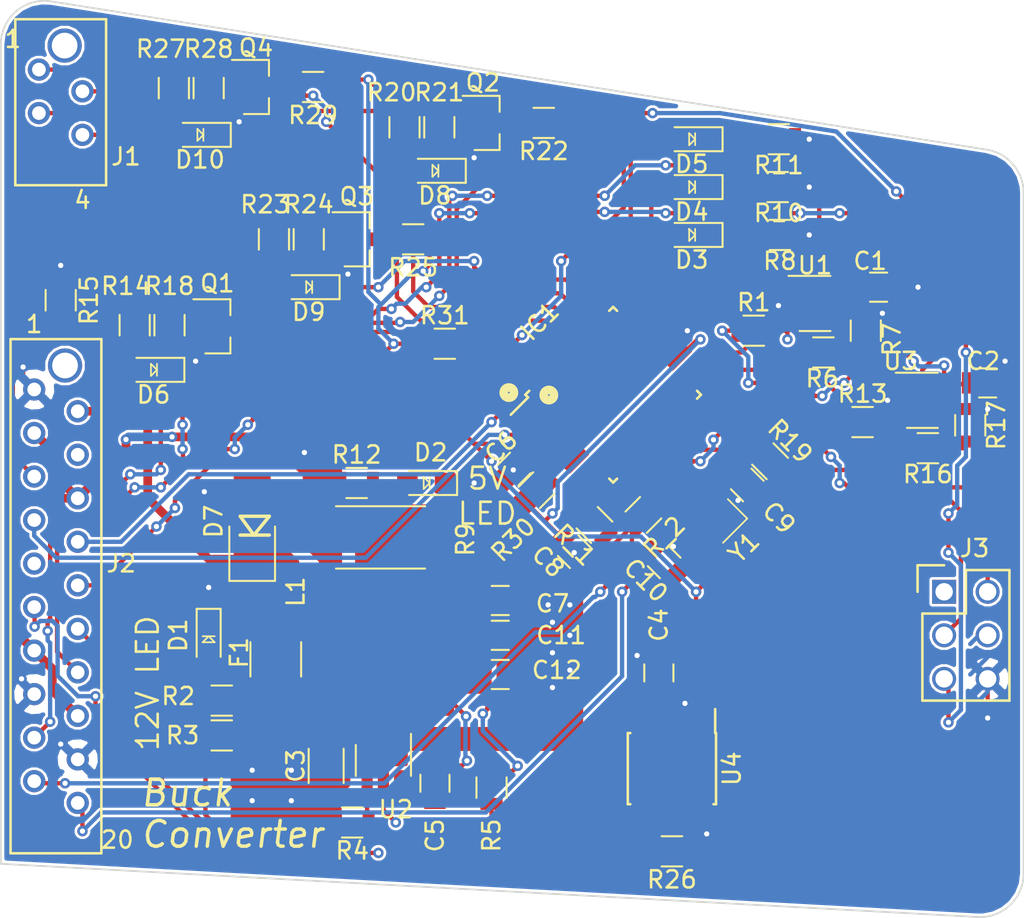
<source format=kicad_pcb>
(kicad_pcb (version 20171130) (host pcbnew 5.0.1-33cea8e~68~ubuntu18.04.1)
  (layers (0 F.Cu signal) (31 B.Cu signal hide) (34 B.Paste user) (35 F.Paste user) (36 B.SilkS user) (37 F.SilkS user) (38 B.Mask user) (39 F.Mask user) (44 Edge.Cuts user))
  (net 0 "")
  (net 1 GND)
  (net 2 VCC)
  (net 3 "Net-(D2-Pad2)")
  (net 4 /12V_Fused)
  (net 5 "Net-(C5-Pad1)")
  (net 6 "Net-(C5-Pad2)")
  (net 7 "Net-(C11-Pad1)")
  (net 8 "Net-(D1-Pad2)")
  (net 9 +12V)
  (net 10 "Net-(R3-Pad2)")
  (net 11 "Net-(R4-Pad1)")
  (net 12 "Net-(C8-Pad1)")
  (net 13 "Net-(C9-Pad1)")
  (net 14 "Net-(C10-Pad1)")
  (net 15 /ProgrammingLED1)
  (net 16 "Net-(D3-Pad1)")
  (net 17 "Net-(D4-Pad1)")
  (net 18 /ProgrammingLED2)
  (net 19 /ProgrammingLED3)
  (net 20 "Net-(D5-Pad1)")
  (net 21 "Net-(D6-Pad2)")
  (net 22 "Net-(D8-Pad2)")
  (net 23 "Net-(D9-Pad2)")
  (net 24 "Net-(D10-Pad2)")
  (net 25 /MISO)
  (net 26 /MOSI)
  (net 27 "Net-(IC1-Pad3)")
  (net 28 /TXCAN)
  (net 29 /RXCAN)
  (net 30 "Net-(IC1-Pad8)")
  (net 31 "Net-(IC1-Pad9)")
  (net 32 /SCK)
  (net 33 /Drive_Mode_Out)
  (net 34 "Net-(IC1-Pad14)")
  (net 35 "Net-(IC1-Pad15)")
  (net 36 "Net-(IC1-Pad16)")
  (net 37 /Throttle1Adjusted)
  (net 38 /Throttle2Adjusted)
  (net 39 "Net-(IC1-Pad21)")
  (net 40 /ReadyToDrive_LowDrive)
  (net 41 /SS_Inertia_Out_n)
  (net 42 /SS_EStop_Out_n)
  (net 43 /SS_BOTS_Out_n)
  (net 44 "Net-(IC1-Pad29)")
  (net 45 "Net-(IC1-Pad30)")
  (net 46 /RESET)
  (net 47 "Net-(IC1-Pad32)")
  (net 48 /SS_Cockpit_EStop)
  (net 49 /SS_BOTS)
  (net 50 /SS_Inertia_Switch)
  (net 51 /RTD)
  (net 52 /GND_DriveMode)
  (net 53 /CANH)
  (net 54 /CANL)
  (net 55 /Throttle1_Right_Sense)
  (net 56 /Throttle2_Left_Sense)
  (net 57 /LED1)
  (net 58 /LED2)
  (net 59 "Net-(R6-Pad2)")
  (net 60 "Net-(R16-Pad2)")
  (net 61 "Net-(U4-Pad5)")
  (module footprints:micromatch_female_vert_4 (layer F.Cu) (at 98.552 53.34)
    (fp_text reference J1 (at 5.08 0) (layer F.SilkS))
    (fp_text value micromatch_female_TOP_ENTRY_locking_4 hide)
    (fp_text user 4 (at 2.54 2.54) (layer F.SilkS))
    (fp_text user 1 (at -1.524 -6.858) (layer F.SilkS))
    (pad 3 thru_hole circle (at 0 -2.54) (size 1.3 1.3) (drill 0.8) (layers *.Cu *.Mask) (net 48 /SS_Cockpit_EStop))
    (pad 1 thru_hole circle (at 0 -5.08) (size 1.3 1.3) (drill 0.8) (layers *.Cu *.Mask) (net 49 /SS_BOTS))
    (pad 2 thru_hole circle (at 2.54 -3.81) (size 1.3 1.3) (drill 0.8) (layers *.Cu *.Mask) (net 50 /SS_Inertia_Switch))
    (pad 4 thru_hole circle (at 2.54 -1.27) (size 1.3 1.3) (drill 0.8) (layers *.Cu *.Mask) (net 51 /RTD))
    (pad 5 thru_hole circle (at 1.5 -6.48) (size 2 2) (drill 1.5) (layers *.Cu *.Mask))
  )
  (module footprints:C_0805_OEM (layer F.Cu) (at 121.666 89.916 90)
    (fp_text reference C5 (at -3.048 0 90) (layer F.SilkS))
    (fp_text value C_0.1uF hide)
    (pad 1 smd rect (at -1 0 90) (size 1 1.25) (layers F.Cu F.Paste F.Mask) (net 5 "Net-(C5-Pad1)"))
    (pad 2 smd rect (at 1 0 90) (size 1 1.25) (layers F.Cu F.Paste F.Mask) (net 6 "Net-(C5-Pad2)"))
  )
  (module footprints:C_0805_OEM (layer F.Cu) (at 125.476 81.28)
    (fp_text reference C11 (at 3.556 0) (layer F.SilkS))
    (fp_text value C_1uF hide)
    (pad 1 smd rect (at -1 0) (size 1 1.25) (layers F.Cu F.Paste F.Mask) (net 7 "Net-(C11-Pad1)"))
    (pad 2 smd rect (at 1 0) (size 1 1.25) (layers F.Cu F.Paste F.Mask) (net 1 GND))
  )
  (module footprints:C_0805_OEM (layer F.Cu) (at 125.476 83.566)
    (fp_text reference C12 (at 3.302 -0.254) (layer F.SilkS))
    (fp_text value C_47uF hide)
    (pad 1 smd rect (at -1 0) (size 1 1.25) (layers F.Cu F.Paste F.Mask) (net 7 "Net-(C11-Pad1)"))
    (pad 2 smd rect (at 1 0) (size 1 1.25) (layers F.Cu F.Paste F.Mask) (net 1 GND))
  )
  (module footprints:LED_0805_OEM (layer F.Cu) (at 121.158 72.39 180)
    (fp_text reference D2 (at -0.254 1.778) (layer F.SilkS))
    (fp_text value LED_0805 hide)
    (pad 2 smd rect (at 1.1 0) (size 1.2 1.2) (layers F.Cu F.Paste F.Mask) (net 3 "Net-(D2-Pad2)"))
    (pad 1 smd rect (at -1.1 0) (size 1.2 1.2) (layers F.Cu F.Paste F.Mask) (net 1 GND))
  )
  (module footprints:Fuse_1210 (layer F.Cu) (at 112.3755 82.6825 270)
    (fp_text reference F1 (at -0.3865 2.1395 90) (layer F.SilkS))
    (fp_text value 500mA hide)
    (pad 1 smd rect (at -1.45 0 270) (size 0.9 2.5) (layers F.Cu F.Paste F.Mask) (net 9 +12V))
    (pad 2 smd rect (at 1.45 0 270) (size 0.9 2.5) (layers F.Cu F.Paste F.Mask) (net 4 /12V_Fused))
  )
  (module footprints:4.7uH_Inductor_OEM (layer F.Cu) (at 118.6815 81.9785 90)
    (fp_text reference L1 (at 3.2385 -5.1435 90) (layer F.SilkS))
    (fp_text value L_4.7uH hide)
    (pad 1 smd rect (at -2.35 0 90) (size 3.3 8.2) (layers F.Cu F.Paste F.Mask) (net 6 "Net-(C5-Pad2)"))
    (pad 2 smd rect (at 2.35 0 90) (size 3.3 8.2) (layers F.Cu F.Paste F.Mask) (net 7 "Net-(C11-Pad1)"))
  )
  (module footprints:R_0805_OEM (layer F.Cu) (at 109.22 85.09 180)
    (fp_text reference R2 (at 2.54 0.254 180) (layer F.SilkS))
    (fp_text value R_1k hide)
    (pad 1 smd rect (at -0.95 0 180) (size 0.7 1.3) (layers F.Cu F.Paste F.Mask) (net 4 /12V_Fused))
    (pad 2 smd rect (at 0.95 0 180) (size 0.7 1.3) (layers F.Cu F.Paste F.Mask) (net 8 "Net-(D1-Pad2)"))
  )
  (module footprints:R_0805_OEM (layer F.Cu) (at 109.22 87.122 180)
    (fp_text reference R3 (at 2.286 0) (layer F.SilkS))
    (fp_text value R_10k hide)
    (pad 1 smd rect (at -0.95 0 180) (size 0.7 1.3) (layers F.Cu F.Paste F.Mask) (net 4 /12V_Fused))
    (pad 2 smd rect (at 0.95 0 180) (size 0.7 1.3) (layers F.Cu F.Paste F.Mask) (net 10 "Net-(R3-Pad2)"))
  )
  (module footprints:R_0805_OEM (layer F.Cu) (at 117.094 72.39)
    (fp_text reference R12 (at 0 -1.65) (layer F.SilkS))
    (fp_text value R_200 hide)
    (pad 1 smd rect (at -0.95 0) (size 0.7 1.3) (layers F.Cu F.Paste F.Mask) (net 2 VCC))
    (pad 2 smd rect (at 0.95 0) (size 0.7 1.3) (layers F.Cu F.Paste F.Mask) (net 3 "Net-(D2-Pad2)"))
  )
  (module footprints:SOT-23-6_OEM (layer F.Cu) (at 118.6561 88.5825 270)
    (fp_text reference U2 (at 2.8575 -0.7239) (layer F.SilkS))
    (fp_text value TPS561201 hide)
    (pad 1 smd rect (at -1.1 -0.95 270) (size 1.06 0.65) (layers F.Cu F.Paste F.Mask) (net 1 GND))
    (pad 2 smd rect (at -1.1 0 270) (size 1.06 0.65) (layers F.Cu F.Paste F.Mask) (net 6 "Net-(C5-Pad2)"))
    (pad 3 smd rect (at -1.1 0.95 270) (size 1.06 0.65) (layers F.Cu F.Paste F.Mask) (net 4 /12V_Fused))
    (pad 4 smd rect (at 1.1 0.95 270) (size 1.06 0.65) (layers F.Cu F.Paste F.Mask) (net 11 "Net-(R4-Pad1)"))
    (pad 6 smd rect (at 1.1 -0.95 270) (size 1.06 0.65) (layers F.Cu F.Paste F.Mask) (net 5 "Net-(C5-Pad1)"))
    (pad 5 smd rect (at 1.1 0 270) (size 1.06 0.65) (layers F.Cu F.Paste F.Mask) (net 10 "Net-(R3-Pad2)"))
  )
  (module footprints:C_1206_OEM (layer F.Cu) (at 115.316 88.9 270)
    (fp_text reference C3 (at 0 1.778 270) (layer F.SilkS))
    (fp_text value C_22uF hide)
    (pad 1 smd rect (at -1.5 0 270) (size 1 1.6) (layers F.Cu F.Paste F.Mask) (net 4 /12V_Fused))
    (pad 2 smd rect (at 1.5 0 270) (size 1 1.6) (layers F.Cu F.Paste F.Mask) (net 1 GND))
  )
  (module footprints:C_0805_OEM (layer F.Cu) (at 125.476 79.248)
    (fp_text reference C7 (at 3.052 0.183) (layer F.SilkS))
    (fp_text value C_0.1uF hide)
    (pad 1 smd rect (at -1 0) (size 1 1.25) (layers F.Cu F.Paste F.Mask) (net 7 "Net-(C11-Pad1)"))
    (pad 2 smd rect (at 1 0) (size 1 1.25) (layers F.Cu F.Paste F.Mask) (net 1 GND))
  )
  (module footprints:LED_0805_OEM (layer F.Cu) (at 108.458 81.534 270)
    (fp_text reference D1 (at -0.254 1.778 270) (layer F.SilkS))
    (fp_text value LED_0805 hide)
    (pad 2 smd rect (at 1.1 0 90) (size 1.2 1.2) (layers F.Cu F.Paste F.Mask) (net 8 "Net-(D1-Pad2)"))
    (pad 1 smd rect (at -1.1 0 90) (size 1.2 1.2) (layers F.Cu F.Paste F.Mask) (net 1 GND))
  )
  (module footprints:DO-214AA (layer F.Cu) (at 110.998 74.93 90)
    (fp_text reference D7 (at 0.3 -2.25 90) (layer F.SilkS))
    (fp_text value D_Zener_18V hide)
    (pad 2 smd rect (at 2.032 0 270) (size 1.778 2.159) (layers F.Cu F.Paste F.Mask) (net 1 GND))
    (pad 1 smd rect (at -2.032 0 270) (size 1.778 2.159) (layers F.Cu F.Paste F.Mask) (net 9 +12V))
  )
  (module footprints:R_2512_OEM (layer F.Cu) (at 118.491 75.565)
    (fp_text reference R9 (at 4.953 0.127 90) (layer F.SilkS))
    (fp_text value R_0_Jumper hide)
    (pad 1 smd rect (at -3.1 0) (size 1 3.2) (layers F.Cu F.Paste F.Mask) (net 2 VCC))
    (pad 2 smd rect (at 3.1 0) (size 1 3.2) (layers F.Cu F.Paste F.Mask) (net 7 "Net-(C11-Pad1)"))
  )
  (module footprints:R_0805_OEM (layer F.Cu) (at 116.84 92.202 180)
    (fp_text reference R4 (at 0 -1.65 180) (layer F.SilkS))
    (fp_text value R_10k hide)
    (pad 1 smd rect (at -0.95 0 180) (size 0.7 1.3) (layers F.Cu F.Paste F.Mask) (net 11 "Net-(R4-Pad1)"))
    (pad 2 smd rect (at 0.95 0 180) (size 0.7 1.3) (layers F.Cu F.Paste F.Mask) (net 1 GND))
  )
  (module footprints:R_0805_OEM (layer F.Cu) (at 124.968 90.17 90)
    (fp_text reference R5 (at -2.794 0 90) (layer F.SilkS))
    (fp_text value R_51.1k hide)
    (pad 1 smd rect (at -0.95 0 90) (size 0.7 1.3) (layers F.Cu F.Paste F.Mask) (net 11 "Net-(R4-Pad1)"))
    (pad 2 smd rect (at 0.95 0 90) (size 0.7 1.3) (layers F.Cu F.Paste F.Mask) (net 7 "Net-(C11-Pad1)"))
  )
  (module footprints:C_0805_OEM (layer F.Cu) (at 147.558 60.96 180)
    (fp_text reference C1 (at 0.492 1.524 180) (layer F.SilkS))
    (fp_text value C_0.1uF hide)
    (pad 2 smd rect (at 1 0 180) (size 1 1.25) (layers F.Cu F.Paste F.Mask) (net 2 VCC))
    (pad 1 smd rect (at -1 0 180) (size 1 1.25) (layers F.Cu F.Paste F.Mask) (net 1 GND))
  )
  (module footprints:C_0805_OEM (layer F.Cu) (at 153.924 66.548 180)
    (fp_text reference C2 (at 0.254 1.27 180) (layer F.SilkS))
    (fp_text value C_0.1uF hide)
    (pad 1 smd rect (at -1 0 180) (size 1 1.25) (layers F.Cu F.Paste F.Mask) (net 1 GND))
    (pad 2 smd rect (at 1 0 180) (size 1 1.25) (layers F.Cu F.Paste F.Mask) (net 2 VCC))
  )
  (module footprints:C_0805_OEM (layer F.Cu) (at 134.734141 83.473143 90)
    (fp_text reference C4 (at 2.794 0 90) (layer F.SilkS))
    (fp_text value C_0.1uF hide)
    (pad 1 smd rect (at -1 0 90) (size 1 1.25) (layers F.Cu F.Paste F.Mask) (net 2 VCC))
    (pad 2 smd rect (at 1 0 90) (size 1 1.25) (layers F.Cu F.Paste F.Mask) (net 1 GND))
  )
  (module footprints:C_0805_OEM (layer F.Cu) (at 126.292893 71.573107 225)
    (fp_text reference C6 (at -0.35921 1.436841 225) (layer F.SilkS))
    (fp_text value C_0.1uF hide)
    (pad 2 smd rect (at 1 0 225) (size 1 1.25) (layers F.Cu F.Paste F.Mask) (net 1 GND))
    (pad 1 smd rect (at -1 0 225) (size 1 1.25) (layers F.Cu F.Paste F.Mask) (net 2 VCC))
  )
  (module footprints:C_0805_OEM (layer F.Cu) (at 129.794 76.399107 315)
    (fp_text reference C8 (at -0.679605 1.475656 315) (layer F.SilkS))
    (fp_text value C_100pF hide)
    (pad 1 smd rect (at -1 0 315) (size 1 1.25) (layers F.Cu F.Paste F.Mask) (net 12 "Net-(C8-Pad1)"))
    (pad 2 smd rect (at 1 0 315) (size 1 1.25) (layers F.Cu F.Paste F.Mask) (net 1 GND))
  )
  (module footprints:C_0805_OEM (layer F.Cu) (at 139.89347 72.504924 315)
    (fp_text reference C9 (at 2.655614 0.05554 315) (layer F.SilkS))
    (fp_text value C_30pF hide)
    (pad 1 smd rect (at -1 0 315) (size 1 1.25) (layers F.Cu F.Paste F.Mask) (net 13 "Net-(C9-Pad1)"))
    (pad 2 smd rect (at 1 0 315) (size 1 1.25) (layers F.Cu F.Paste F.Mask) (net 1 GND))
  )
  (module footprints:C_0805_OEM (layer F.Cu) (at 135.044131 76.995052 135)
    (fp_text reference C10 (at 0 -1.524 135) (layer F.SilkS))
    (fp_text value C_30pF hide)
    (pad 2 smd rect (at 1 0 135) (size 1 1.25) (layers F.Cu F.Paste F.Mask) (net 1 GND))
    (pad 1 smd rect (at -1 0 135) (size 1 1.25) (layers F.Cu F.Paste F.Mask) (net 14 "Net-(C10-Pad1)"))
  )
  (module footprints:LED_0805_OEM (layer F.Cu) (at 136.652 57.912 180)
    (fp_text reference D3 (at 0 -1.45 180) (layer F.SilkS))
    (fp_text value LED_0805 hide)
    (pad 2 smd rect (at 1.1 0) (size 1.2 1.2) (layers F.Cu F.Paste F.Mask) (net 15 /ProgrammingLED1))
    (pad 1 smd rect (at -1.1 0) (size 1.2 1.2) (layers F.Cu F.Paste F.Mask) (net 16 "Net-(D3-Pad1)"))
  )
  (module footprints:LED_0805_OEM (layer F.Cu) (at 136.652 55.118 180)
    (fp_text reference D4 (at 0 -1.45 180) (layer F.SilkS))
    (fp_text value LED_0805 hide)
    (pad 1 smd rect (at -1.1 0) (size 1.2 1.2) (layers F.Cu F.Paste F.Mask) (net 17 "Net-(D4-Pad1)"))
    (pad 2 smd rect (at 1.1 0) (size 1.2 1.2) (layers F.Cu F.Paste F.Mask) (net 18 /ProgrammingLED2))
  )
  (module footprints:LED_0805_OEM (layer F.Cu) (at 136.652 52.324 180)
    (fp_text reference D5 (at 0 -1.45 180) (layer F.SilkS))
    (fp_text value LED_0805 hide)
    (pad 2 smd rect (at 1.1 0) (size 1.2 1.2) (layers F.Cu F.Paste F.Mask) (net 19 /ProgrammingLED3))
    (pad 1 smd rect (at -1.1 0) (size 1.2 1.2) (layers F.Cu F.Paste F.Mask) (net 20 "Net-(D5-Pad1)"))
  )
  (module footprints:LED_0805_OEM (layer F.Cu) (at 105.24 65.786 180)
    (fp_text reference D6 (at 0 -1.45 180) (layer F.SilkS))
    (fp_text value LED_0805 hide)
    (pad 1 smd rect (at -1.1 0) (size 1.2 1.2) (layers F.Cu F.Paste F.Mask) (net 1 GND))
    (pad 2 smd rect (at 1.1 0) (size 1.2 1.2) (layers F.Cu F.Paste F.Mask) (net 21 "Net-(D6-Pad2)"))
  )
  (module footprints:LED_0805_OEM (layer F.Cu) (at 121.666 54.168 180)
    (fp_text reference D8 (at 0 -1.45 180) (layer F.SilkS))
    (fp_text value LED_0805 hide)
    (pad 1 smd rect (at -1.1 0) (size 1.2 1.2) (layers F.Cu F.Paste F.Mask) (net 1 GND))
    (pad 2 smd rect (at 1.1 0) (size 1.2 1.2) (layers F.Cu F.Paste F.Mask) (net 22 "Net-(D8-Pad2)"))
  )
  (module footprints:LED_0805_OEM (layer F.Cu) (at 114.3 60.96 180)
    (fp_text reference D9 (at 0 -1.45 180) (layer F.SilkS))
    (fp_text value LED_0805 hide)
    (pad 2 smd rect (at 1.1 0) (size 1.2 1.2) (layers F.Cu F.Paste F.Mask) (net 23 "Net-(D9-Pad2)"))
    (pad 1 smd rect (at -1.1 0) (size 1.2 1.2) (layers F.Cu F.Paste F.Mask) (net 1 GND))
  )
  (module footprints:LED_0805_OEM (layer F.Cu) (at 107.95 52.07 180)
    (fp_text reference D10 (at 0 -1.45 180) (layer F.SilkS))
    (fp_text value LED_0805 hide)
    (pad 2 smd rect (at 1.1 0) (size 1.2 1.2) (layers F.Cu F.Paste F.Mask) (net 24 "Net-(D10-Pad2)"))
    (pad 1 smd rect (at -1.1 0) (size 1.2 1.2) (layers F.Cu F.Paste F.Mask) (net 1 GND))
  )
  (module footprints:TQFP-32_7x7mm_Pitch0.8mm (layer F.Cu) (at 132.066047 67.238361 45)
    (fp_text reference IC1 (at 0 -6.05 45) (layer F.SilkS))
    (fp_text value ATMEGA16M1 hide)
    (pad 1 smd rect (at -4.25 -2.8 45) (size 1.6 0.55) (layers F.Cu F.Paste F.Mask) (net 25 /MISO))
    (pad 2 smd rect (at -4.25 -2 45) (size 1.6 0.55) (layers F.Cu F.Paste F.Mask) (net 26 /MOSI))
    (pad 3 smd rect (at -4.25 -1.2 45) (size 1.6 0.55) (layers F.Cu F.Paste F.Mask) (net 27 "Net-(IC1-Pad3)"))
    (pad 4 smd rect (at -4.25 -0.4 45) (size 1.6 0.55) (layers F.Cu F.Paste F.Mask) (net 2 VCC))
    (pad 5 smd rect (at -4.25 0.4 45) (size 1.6 0.55) (layers F.Cu F.Paste F.Mask) (net 1 GND))
    (pad 6 smd rect (at -4.25 1.2 45) (size 1.6 0.55) (layers F.Cu F.Paste F.Mask) (net 28 /TXCAN))
    (pad 7 smd rect (at -4.25 2 45) (size 1.6 0.55) (layers F.Cu F.Paste F.Mask) (net 29 /RXCAN))
    (pad 8 smd rect (at -4.25 2.8 45) (size 1.6 0.55) (layers F.Cu F.Paste F.Mask) (net 30 "Net-(IC1-Pad8)"))
    (pad 9 smd rect (at -2.8 4.25 135) (size 1.6 0.55) (layers F.Cu F.Paste F.Mask) (net 31 "Net-(IC1-Pad9)"))
    (pad 10 smd rect (at -2 4.25 135) (size 1.6 0.55) (layers F.Cu F.Paste F.Mask) (net 14 "Net-(C10-Pad1)"))
    (pad 11 smd rect (at -1.2 4.25 135) (size 1.6 0.55) (layers F.Cu F.Paste F.Mask) (net 13 "Net-(C9-Pad1)"))
    (pad 12 smd rect (at -0.4 4.25 135) (size 1.6 0.55) (layers F.Cu F.Paste F.Mask) (net 32 /SCK))
    (pad 13 smd rect (at 0.4 4.25 135) (size 1.6 0.55) (layers F.Cu F.Paste F.Mask) (net 33 /Drive_Mode_Out))
    (pad 14 smd rect (at 1.2 4.25 135) (size 1.6 0.55) (layers F.Cu F.Paste F.Mask) (net 34 "Net-(IC1-Pad14)"))
    (pad 15 smd rect (at 2 4.25 135) (size 1.6 0.55) (layers F.Cu F.Paste F.Mask) (net 35 "Net-(IC1-Pad15)"))
    (pad 16 smd rect (at 2.8 4.25 135) (size 1.6 0.55) (layers F.Cu F.Paste F.Mask) (net 36 "Net-(IC1-Pad16)"))
    (pad 17 smd rect (at 4.25 2.8 45) (size 1.6 0.55) (layers F.Cu F.Paste F.Mask) (net 37 /Throttle1Adjusted))
    (pad 18 smd rect (at 4.25 2 45) (size 1.6 0.55) (layers F.Cu F.Paste F.Mask) (net 38 /Throttle2Adjusted))
    (pad 19 smd rect (at 4.25 1.2 45) (size 1.6 0.55) (layers F.Cu F.Paste F.Mask) (net 12 "Net-(C8-Pad1)"))
    (pad 20 smd rect (at 4.25 0.4 45) (size 1.6 0.55) (layers F.Cu F.Paste F.Mask) (net 1 GND))
    (pad 21 smd rect (at 4.25 -0.4 45) (size 1.6 0.55) (layers F.Cu F.Paste F.Mask) (net 39 "Net-(IC1-Pad21)"))
    (pad 22 smd rect (at 4.25 -1.2 45) (size 1.6 0.55) (layers F.Cu F.Paste F.Mask) (net 15 /ProgrammingLED1))
    (pad 23 smd rect (at 4.25 -2 45) (size 1.6 0.55) (layers F.Cu F.Paste F.Mask) (net 18 /ProgrammingLED2))
    (pad 24 smd rect (at 4.25 -2.8 45) (size 1.6 0.55) (layers F.Cu F.Paste F.Mask) (net 19 /ProgrammingLED3))
    (pad 25 smd rect (at 2.8 -4.25 135) (size 1.6 0.55) (layers F.Cu F.Paste F.Mask) (net 40 /ReadyToDrive_LowDrive))
    (pad 26 smd rect (at 2 -4.25 135) (size 1.6 0.55) (layers F.Cu F.Paste F.Mask) (net 41 /SS_Inertia_Out_n))
    (pad 27 smd rect (at 1.2 -4.25 135) (size 1.6 0.55) (layers F.Cu F.Paste F.Mask) (net 43 /SS_BOTS_Out_n))
    (pad 28 smd rect (at 0.4 -4.25 135) (size 1.6 0.55) (layers F.Cu F.Paste F.Mask) (net 42 /SS_EStop_Out_n))
    (pad 29 smd rect (at -0.4 -4.25 135) (size 1.6 0.55) (layers F.Cu F.Paste F.Mask) (net 44 "Net-(IC1-Pad29)"))
    (pad 30 smd rect (at -1.2 -4.25 135) (size 1.6 0.55) (layers F.Cu F.Paste F.Mask) (net 45 "Net-(IC1-Pad30)"))
    (pad 31 smd rect (at -2 -4.25 135) (size 1.6 0.55) (layers F.Cu F.Paste F.Mask) (net 46 /RESET))
    (pad 32 smd rect (at -2.8 -4.25 135) (size 1.6 0.55) (layers F.Cu F.Paste F.Mask) (net 47 "Net-(IC1-Pad32)"))
  )
  (module footprints:micromatch_female_vert_20 (layer F.Cu) (at 98.276 72.012)
    (fp_text reference J2 (at 5.08 5.08) (layer F.SilkS))
    (fp_text value micromatch_female_TOP_ENTRY_locking_20 hide)
    (fp_text user 20 (at 4.848 21.206) (layer F.SilkS))
    (fp_text user 1 (at 0 -8.89) (layer F.SilkS))
    (pad 5 thru_hole circle (at 0 0) (size 1.3 1.3) (drill 0.8) (layers *.Cu *.Mask) (net 52 /GND_DriveMode))
    (pad 3 thru_hole circle (at 0 -2.54) (size 1.3 1.3) (drill 0.8) (layers *.Cu *.Mask) (net 2 VCC))
    (pad 1 thru_hole circle (at 0 -5.08) (size 1.3 1.3) (drill 0.8) (layers *.Cu *.Mask) (net 1 GND))
    (pad 7 thru_hole circle (at 0 2.54) (size 1.3 1.3) (drill 0.8) (layers *.Cu *.Mask) (net 26 /MOSI))
    (pad 2 thru_hole circle (at 2.54 -3.81) (size 1.3 1.3) (drill 0.8) (layers *.Cu *.Mask) (net 9 +12V))
    (pad 4 thru_hole circle (at 2.54 -1.27) (size 1.3 1.3) (drill 0.8) (layers *.Cu *.Mask) (net 33 /Drive_Mode_Out))
    (pad 6 thru_hole circle (at 2.54 1.27) (size 1.3 1.3) (drill 0.8) (layers *.Cu *.Mask) (net 2 VCC))
    (pad 8 thru_hole circle (at 2.54 3.81) (size 1.3 1.3) (drill 0.8) (layers *.Cu *.Mask) (net 25 /MISO))
    (pad 9 thru_hole circle (at 0 5.08) (size 1.3 1.3) (drill 0.8) (layers *.Cu *.Mask) (net 32 /SCK))
    (pad 10 thru_hole circle (at 2.54 6.35) (size 1.3 1.3) (drill 0.8) (layers *.Cu *.Mask) (net 46 /RESET))
    (pad 11 thru_hole circle (at 0 7.62) (size 1.3 1.3) (drill 0.8) (layers *.Cu *.Mask) (net 53 /CANH))
    (pad 12 thru_hole circle (at 2.54 8.89) (size 1.3 1.3) (drill 0.8) (layers *.Cu *.Mask) (net 54 /CANL))
    (pad 13 thru_hole circle (at 0 10.16) (size 1.3 1.3) (drill 0.8) (layers *.Cu *.Mask) (net 2 VCC))
    (pad 14 thru_hole circle (at 2.54 11.43) (size 1.3 1.3) (drill 0.8) (layers *.Cu *.Mask) (net 55 /Throttle1_Right_Sense))
    (pad 15 thru_hole circle (at 0 12.7) (size 1.3 1.3) (drill 0.8) (layers *.Cu *.Mask) (net 1 GND))
    (pad 16 thru_hole circle (at 2.54 13.97) (size 1.3 1.3) (drill 0.8) (layers *.Cu *.Mask) (net 2 VCC))
    (pad 17 thru_hole circle (at 0 15.24) (size 1.3 1.3) (drill 0.8) (layers *.Cu *.Mask) (net 56 /Throttle2_Left_Sense))
    (pad 18 thru_hole circle (at 2.54 16.51) (size 1.3 1.3) (drill 0.8) (layers *.Cu *.Mask) (net 1 GND))
    (pad 19 thru_hole circle (at 0 17.78) (size 1.3 1.3) (drill 0.8) (layers *.Cu *.Mask) (net 57 /LED1))
    (pad 20 thru_hole circle (at 2.54 19.05) (size 1.3 1.3) (drill 0.8) (layers *.Cu *.Mask) (net 58 /LED2))
    (pad 21 thru_hole circle (at 1.8 -6.48) (size 2 2) (drill 1.5) (layers *.Cu *.Mask))
  )
  (module footprints:Pin_Header_Straight_2x03 (layer F.Cu) (at 151.384 78.74)
    (fp_text reference J3 (at 1.778 -2.54) (layer F.SilkS))
    (fp_text value CONN_02X03 hide)
    (pad 1 thru_hole rect (at 0 0) (size 1.4 1.4) (drill 1.016) (layers *.Cu *.Mask) (net 25 /MISO))
    (pad 2 thru_hole circle (at 2.54 0) (size 1.4 1.4) (drill 1.016) (layers *.Cu *.Mask) (net 2 VCC))
    (pad 3 thru_hole circle (at 0 2.54) (size 1.4 1.4) (drill 1.016) (layers *.Cu *.Mask) (net 32 /SCK))
    (pad 4 thru_hole circle (at 2.54 2.54) (size 1.4 1.4) (drill 1.016) (layers *.Cu *.Mask) (net 26 /MOSI))
    (pad 5 thru_hole circle (at 0 5.08) (size 1.4 1.4) (drill 1.016) (layers *.Cu *.Mask) (net 46 /RESET))
    (pad 6 thru_hole circle (at 2.54 5.08) (size 1.4 1.4) (drill 1.016) (layers *.Cu *.Mask) (net 1 GND))
  )
  (module footprints:SOT-23F (layer F.Cu) (at 108.966 63.246)
    (fp_text reference Q1 (at 0 -2.5) (layer F.SilkS))
    (fp_text value SSM3K333R hide)
    (pad 1 smd rect (at -1.05 -0.95) (size 0.9 0.8) (layers F.Cu F.Paste F.Mask) (net 40 /ReadyToDrive_LowDrive))
    (pad 2 smd rect (at -1.05 0.95) (size 0.9 0.8) (layers F.Cu F.Paste F.Mask) (net 1 GND))
    (pad 3 smd rect (at 1.05 0) (size 0.9 0.8) (layers F.Cu F.Paste F.Mask) (net 51 /RTD))
  )
  (module footprints:SOT-23F (layer F.Cu) (at 124.68 51.374)
    (fp_text reference Q2 (at -0.22 -2.352) (layer F.SilkS))
    (fp_text value SSM3K333R hide)
    (pad 1 smd rect (at -1.05 -0.95) (size 0.9 0.8) (layers F.Cu F.Paste F.Mask) (net 50 /SS_Inertia_Switch))
    (pad 2 smd rect (at -1.05 0.95) (size 0.9 0.8) (layers F.Cu F.Paste F.Mask) (net 1 GND))
    (pad 3 smd rect (at 1.05 0) (size 0.9 0.8) (layers F.Cu F.Paste F.Mask) (net 41 /SS_Inertia_Out_n))
  )
  (module footprints:SOT-23F (layer F.Cu) (at 117.094 58.166)
    (fp_text reference Q3 (at 0 -2.5) (layer F.SilkS))
    (fp_text value SSM3K333R hide)
    (pad 3 smd rect (at 1.05 0) (size 0.9 0.8) (layers F.Cu F.Paste F.Mask) (net 42 /SS_EStop_Out_n))
    (pad 2 smd rect (at -1.05 0.95) (size 0.9 0.8) (layers F.Cu F.Paste F.Mask) (net 1 GND))
    (pad 1 smd rect (at -1.05 -0.95) (size 0.9 0.8) (layers F.Cu F.Paste F.Mask) (net 48 /SS_Cockpit_EStop))
  )
  (module footprints:SOT-23F (layer F.Cu) (at 111.218 49.276)
    (fp_text reference Q4 (at 0 -2.286) (layer F.SilkS))
    (fp_text value SSM3K333R hide)
    (pad 3 smd rect (at 1.05 0) (size 0.9 0.8) (layers F.Cu F.Paste F.Mask) (net 43 /SS_BOTS_Out_n))
    (pad 2 smd rect (at -1.05 0.95) (size 0.9 0.8) (layers F.Cu F.Paste F.Mask) (net 1 GND))
    (pad 1 smd rect (at -1.05 -0.95) (size 0.9 0.8) (layers F.Cu F.Paste F.Mask) (net 49 /SS_BOTS))
  )
  (module footprints:R_0805_OEM (layer F.Cu) (at 140.274 63.5)
    (fp_text reference R1 (at 0 -1.65) (layer F.SilkS))
    (fp_text value R_1M hide)
    (pad 1 smd rect (at -0.95 0) (size 0.7 1.3) (layers F.Cu F.Paste F.Mask) (net 2 VCC))
    (pad 2 smd rect (at 0.95 0) (size 0.7 1.3) (layers F.Cu F.Paste F.Mask) (net 55 /Throttle1_Right_Sense))
  )
  (module footprints:R_0805_OEM (layer F.Cu) (at 144.338 64.77)
    (fp_text reference R6 (at -0.066 1.524) (layer F.SilkS))
    (fp_text value R_1k hide)
    (pad 2 smd rect (at 0.95 0) (size 0.7 1.3) (layers F.Cu F.Paste F.Mask) (net 59 "Net-(R6-Pad2)"))
    (pad 1 smd rect (at -0.95 0) (size 0.7 1.3) (layers F.Cu F.Paste F.Mask) (net 38 /Throttle2Adjusted))
  )
  (module footprints:R_0805_OEM (layer F.Cu) (at 146.812 63.5 90)
    (fp_text reference R7 (at -0.508 1.524 90) (layer F.SilkS))
    (fp_text value R_2.2k hide)
    (pad 1 smd rect (at -0.95 0 90) (size 0.7 1.3) (layers F.Cu F.Paste F.Mask) (net 59 "Net-(R6-Pad2)"))
    (pad 2 smd rect (at 0.95 0 90) (size 0.7 1.3) (layers F.Cu F.Paste F.Mask) (net 1 GND))
  )
  (module footprints:R_0805_OEM (layer F.Cu) (at 141.798 57.912)
    (fp_text reference R8 (at 0 1.524) (layer F.SilkS))
    (fp_text value R_200 hide)
    (pad 2 smd rect (at 0.95 0) (size 0.7 1.3) (layers F.Cu F.Paste F.Mask) (net 1 GND))
    (pad 1 smd rect (at -0.95 0) (size 0.7 1.3) (layers F.Cu F.Paste F.Mask) (net 16 "Net-(D3-Pad1)"))
  )
  (module footprints:R_0805_OEM (layer F.Cu) (at 141.666 55.118)
    (fp_text reference R10 (at 0.066 1.524) (layer F.SilkS))
    (fp_text value R_200 hide)
    (pad 2 smd rect (at 0.95 0) (size 0.7 1.3) (layers F.Cu F.Paste F.Mask) (net 1 GND))
    (pad 1 smd rect (at -0.95 0) (size 0.7 1.3) (layers F.Cu F.Paste F.Mask) (net 17 "Net-(D4-Pad1)"))
  )
  (module footprints:R_0805_OEM (layer F.Cu) (at 141.732 52.324)
    (fp_text reference R11 (at 0 1.524) (layer F.SilkS))
    (fp_text value R_200 hide)
    (pad 2 smd rect (at 0.95 0) (size 0.7 1.3) (layers F.Cu F.Paste F.Mask) (net 1 GND))
    (pad 1 smd rect (at -0.95 0) (size 0.7 1.3) (layers F.Cu F.Paste F.Mask) (net 20 "Net-(D5-Pad1)"))
  )
  (module footprints:R_0805_OEM (layer F.Cu) (at 146.624 68.834)
    (fp_text reference R13 (at 0 -1.65) (layer F.SilkS))
    (fp_text value R_1M hide)
    (pad 2 smd rect (at 0.95 0) (size 0.7 1.3) (layers F.Cu F.Paste F.Mask) (net 56 /Throttle2_Left_Sense))
    (pad 1 smd rect (at -0.95 0) (size 0.7 1.3) (layers F.Cu F.Paste F.Mask) (net 2 VCC))
  )
  (module footprints:R_0805_OEM (layer F.Cu) (at 104.14 63.18 270)
    (fp_text reference R14 (at -2.286 0.508) (layer F.SilkS))
    (fp_text value R_200 hide)
    (pad 1 smd rect (at -0.95 0 270) (size 0.7 1.3) (layers F.Cu F.Paste F.Mask) (net 40 /ReadyToDrive_LowDrive))
    (pad 2 smd rect (at 0.95 0 270) (size 0.7 1.3) (layers F.Cu F.Paste F.Mask) (net 21 "Net-(D6-Pad2)"))
  )
  (module footprints:R_0805_OEM (layer F.Cu) (at 99.822 61.722 270)
    (fp_text reference R15 (at 0 -1.65 270) (layer F.SilkS))
    (fp_text value R_22K hide)
    (pad 1 smd rect (at -0.95 0 270) (size 0.7 1.3) (layers F.Cu F.Paste F.Mask) (net 1 GND))
    (pad 2 smd rect (at 0.95 0 270) (size 0.7 1.3) (layers F.Cu F.Paste F.Mask) (net 52 /GND_DriveMode))
  )
  (module footprints:R_0805_OEM (layer F.Cu) (at 150.434 70.358)
    (fp_text reference R16 (at 0 1.524) (layer F.SilkS))
    (fp_text value R_2.2k hide)
    (pad 1 smd rect (at -0.95 0) (size 0.7 1.3) (layers F.Cu F.Paste F.Mask) (net 37 /Throttle1Adjusted))
    (pad 2 smd rect (at 0.95 0) (size 0.7 1.3) (layers F.Cu F.Paste F.Mask) (net 60 "Net-(R16-Pad2)"))
  )
  (module footprints:R_0805_OEM (layer F.Cu) (at 152.908 69.022 90)
    (fp_text reference R17 (at 0 1.524 90) (layer F.SilkS))
    (fp_text value R_2.2k hide)
    (pad 2 smd rect (at 0.95 0 90) (size 0.7 1.3) (layers F.Cu F.Paste F.Mask) (net 1 GND))
    (pad 1 smd rect (at -0.95 0 90) (size 0.7 1.3) (layers F.Cu F.Paste F.Mask) (net 60 "Net-(R16-Pad2)"))
  )
  (module footprints:R_0805_OEM (layer F.Cu) (at 106.172 63.18 270)
    (fp_text reference R18 (at -2.286 0) (layer F.SilkS))
    (fp_text value R_100K hide)
    (pad 1 smd rect (at -0.95 0 270) (size 0.7 1.3) (layers F.Cu F.Paste F.Mask) (net 40 /ReadyToDrive_LowDrive))
    (pad 2 smd rect (at 0.95 0 270) (size 0.7 1.3) (layers F.Cu F.Paste F.Mask) (net 1 GND))
  )
  (module footprints:R_0805_OEM (layer F.Cu) (at 141.224 71.12 315)
    (fp_text reference R19 (at 0 -1.65 315) (layer F.SilkS))
    (fp_text value R_22K hide)
    (pad 2 smd rect (at 0.95 0 315) (size 0.7 1.3) (layers F.Cu F.Paste F.Mask) (net 1 GND))
    (pad 1 smd rect (at -0.95 0 315) (size 0.7 1.3) (layers F.Cu F.Paste F.Mask) (net 33 /Drive_Mode_Out))
  )
  (module footprints:R_0805_OEM (layer F.Cu) (at 119.888 51.628 270)
    (fp_text reference R20 (at -2.032 0.762) (layer F.SilkS))
    (fp_text value R_1k hide)
    (pad 2 smd rect (at 0.95 0 270) (size 0.7 1.3) (layers F.Cu F.Paste F.Mask) (net 22 "Net-(D8-Pad2)"))
    (pad 1 smd rect (at -0.95 0 270) (size 0.7 1.3) (layers F.Cu F.Paste F.Mask) (net 50 /SS_Inertia_Switch))
  )
  (module footprints:R_0805_OEM (layer F.Cu) (at 121.92 51.628 270)
    (fp_text reference R21 (at -2.032 0) (layer F.SilkS))
    (fp_text value R_100k hide)
    (pad 1 smd rect (at -0.95 0 270) (size 0.7 1.3) (layers F.Cu F.Paste F.Mask) (net 50 /SS_Inertia_Switch))
    (pad 2 smd rect (at 0.95 0 270) (size 0.7 1.3) (layers F.Cu F.Paste F.Mask) (net 1 GND))
  )
  (module footprints:R_0805_OEM (layer F.Cu) (at 128.016 51.374 180)
    (fp_text reference R22 (at 0 -1.65 180) (layer F.SilkS))
    (fp_text value R_10k hide)
    (pad 1 smd rect (at -0.95 0 180) (size 0.7 1.3) (layers F.Cu F.Paste F.Mask) (net 2 VCC))
    (pad 2 smd rect (at 0.95 0 180) (size 0.7 1.3) (layers F.Cu F.Paste F.Mask) (net 41 /SS_Inertia_Out_n))
  )
  (module footprints:R_0805_OEM (layer F.Cu) (at 112.268 58.166 270)
    (fp_text reference R23 (at -2.032 0.508) (layer F.SilkS))
    (fp_text value R_1k hide)
    (pad 1 smd rect (at -0.95 0 270) (size 0.7 1.3) (layers F.Cu F.Paste F.Mask) (net 48 /SS_Cockpit_EStop))
    (pad 2 smd rect (at 0.95 0 270) (size 0.7 1.3) (layers F.Cu F.Paste F.Mask) (net 23 "Net-(D9-Pad2)"))
  )
  (module footprints:R_0805_OEM (layer F.Cu) (at 114.3 58.166 270)
    (fp_text reference R24 (at -2.032 0) (layer F.SilkS))
    (fp_text value R_100k hide)
    (pad 2 smd rect (at 0.95 0 270) (size 0.7 1.3) (layers F.Cu F.Paste F.Mask) (net 1 GND))
    (pad 1 smd rect (at -0.95 0 270) (size 0.7 1.3) (layers F.Cu F.Paste F.Mask) (net 48 /SS_Cockpit_EStop))
  )
  (module footprints:R_0805_OEM (layer F.Cu) (at 120.396 58.166 180)
    (fp_text reference R25 (at 0 -1.65 180) (layer F.SilkS))
    (fp_text value R_10k hide)
    (pad 1 smd rect (at -0.95 0 180) (size 0.7 1.3) (layers F.Cu F.Paste F.Mask) (net 2 VCC))
    (pad 2 smd rect (at 0.95 0 180) (size 0.7 1.3) (layers F.Cu F.Paste F.Mask) (net 42 /SS_EStop_Out_n))
  )
  (module footprints:R_0805_OEM (layer F.Cu) (at 135.496141 93.887143 180)
    (fp_text reference R26 (at 0 -1.65 180) (layer F.SilkS))
    (fp_text value "R_120 DNP" hide)
    (pad 2 smd rect (at 0.95 0 180) (size 0.7 1.3) (layers F.Cu F.Paste F.Mask) (net 54 /CANL))
    (pad 1 smd rect (at -0.95 0 180) (size 0.7 1.3) (layers F.Cu F.Paste F.Mask) (net 53 /CANH))
  )
  (module footprints:R_0805_OEM (layer F.Cu) (at 106.426 49.342 270)
    (fp_text reference R27 (at -2.286 0.762) (layer F.SilkS))
    (fp_text value R_1k hide)
    (pad 2 smd rect (at 0.95 0 270) (size 0.7 1.3) (layers F.Cu F.Paste F.Mask) (net 24 "Net-(D10-Pad2)"))
    (pad 1 smd rect (at -0.95 0 270) (size 0.7 1.3) (layers F.Cu F.Paste F.Mask) (net 49 /SS_BOTS))
  )
  (module footprints:R_0805_OEM (layer F.Cu) (at 108.458 49.342 270)
    (fp_text reference R28 (at -2.286 0) (layer F.SilkS))
    (fp_text value R_100k hide)
    (pad 2 smd rect (at 0.95 0 270) (size 0.7 1.3) (layers F.Cu F.Paste F.Mask) (net 1 GND))
    (pad 1 smd rect (at -0.95 0 270) (size 0.7 1.3) (layers F.Cu F.Paste F.Mask) (net 49 /SS_BOTS))
  )
  (module footprints:R_0805_OEM (layer F.Cu) (at 114.554 49.276 180)
    (fp_text reference R29 (at 0 -1.65 180) (layer F.SilkS))
    (fp_text value R_10k hide)
    (pad 1 smd rect (at -0.95 0 180) (size 0.7 1.3) (layers F.Cu F.Paste F.Mask) (net 2 VCC))
    (pad 2 smd rect (at 0.95 0 180) (size 0.7 1.3) (layers F.Cu F.Paste F.Mask) (net 43 /SS_BOTS_Out_n))
  )
  (module footprints:R_0805_OEM (layer F.Cu) (at 127.598249 72.807751 225)
    (fp_text reference R30 (at 3.001313 -1.077631 225) (layer F.SilkS))
    (fp_text value R_100 hide)
    (pad 1 smd rect (at -0.949999 0 225) (size 0.7 1.3) (layers F.Cu F.Paste F.Mask) (net 2 VCC))
    (pad 2 smd rect (at 0.949999 0 225) (size 0.7 1.3) (layers F.Cu F.Paste F.Mask) (net 12 "Net-(C8-Pad1)"))
  )
  (module footprints:R_0805_OEM (layer F.Cu) (at 122.24 64.262)
    (fp_text reference R31 (at 0 -1.65) (layer F.SilkS))
    (fp_text value R_10k hide)
    (pad 2 smd rect (at 0.95 0) (size 0.7 1.3) (layers F.Cu F.Paste F.Mask) (net 46 /RESET))
    (pad 1 smd rect (at -0.95 0) (size 0.7 1.3) (layers F.Cu F.Paste F.Mask) (net 2 VCC))
  )
  (module footprints:R_0805_OEM (layer F.Cu) (at 130.973751 74.839751 135)
    (fp_text reference R_1 (at 0 -1.65 135) (layer F.SilkS))
    (fp_text value R_200 hide)
    (pad 2 smd rect (at 0.949999 0 135) (size 0.7 1.3) (layers F.Cu F.Paste F.Mask) (net 30 "Net-(IC1-Pad8)"))
    (pad 1 smd rect (at -0.949999 0 135) (size 0.7 1.3) (layers F.Cu F.Paste F.Mask) (net 57 /LED1))
  )
  (module footprints:R_0805_OEM (layer F.Cu) (at 133.833565 74.254306 45)
    (fp_text reference R_2 (at -0.066 1.778 225) (layer F.SilkS))
    (fp_text value R_200 hide)
    (pad 1 smd rect (at -0.949999 0 45) (size 0.7 1.3) (layers F.Cu F.Paste F.Mask) (net 58 /LED2))
    (pad 2 smd rect (at 0.949999 0 45) (size 0.7 1.3) (layers F.Cu F.Paste F.Mask) (net 31 "Net-(IC1-Pad9)"))
  )
  (module footprints:SOT-23-5_OEM (layer F.Cu) (at 143.848 61.91)
    (fp_text reference U1 (at 0 -2.22) (layer F.SilkS))
    (fp_text value MCP6001 hide)
    (pad 5 smd rect (at 1.1 -0.95) (size 1.06 0.65) (layers F.Cu F.Paste F.Mask) (net 2 VCC))
    (pad 4 smd rect (at 1.1 0.95) (size 1.06 0.65) (layers F.Cu F.Paste F.Mask) (net 59 "Net-(R6-Pad2)"))
    (pad 3 smd rect (at -1.1 0.95) (size 1.06 0.65) (layers F.Cu F.Paste F.Mask) (net 55 /Throttle1_Right_Sense))
    (pad 2 smd rect (at -1.1 0) (size 1.06 0.65) (layers F.Cu F.Paste F.Mask) (net 1 GND))
    (pad 1 smd rect (at -1.1 -0.95) (size 1.06 0.65) (layers F.Cu F.Paste F.Mask) (net 38 /Throttle2Adjusted))
  )
  (module footprints:SOT-23-5_OEM (layer F.Cu) (at 150.114 67.564)
    (fp_text reference U3 (at -1.27 -2.286) (layer F.SilkS))
    (fp_text value MCP6001 hide)
    (pad 1 smd rect (at -1.1 -0.95) (size 1.06 0.65) (layers F.Cu F.Paste F.Mask) (net 37 /Throttle1Adjusted))
    (pad 2 smd rect (at -1.1 0) (size 1.06 0.65) (layers F.Cu F.Paste F.Mask) (net 1 GND))
    (pad 3 smd rect (at -1.1 0.95) (size 1.06 0.65) (layers F.Cu F.Paste F.Mask) (net 56 /Throttle2_Left_Sense))
    (pad 4 smd rect (at 1.1 0.95) (size 1.06 0.65) (layers F.Cu F.Paste F.Mask) (net 60 "Net-(R16-Pad2)"))
    (pad 5 smd rect (at 1.1 -0.95) (size 1.06 0.65) (layers F.Cu F.Paste F.Mask) (net 2 VCC))
  )
  (module footprints:SOIC-8_3.9x4.9mm_Pitch1.27mm_OEM (layer F.Cu) (at 135.496141 89.061143 270)
    (fp_text reference U4 (at 0 -3.5 270) (layer F.SilkS))
    (fp_text value CAN_Transceiver hide)
    (pad 1 smd rect (at -2.7 -1.905 270) (size 1.55 0.6) (layers F.Cu F.Paste F.Mask) (net 28 /TXCAN))
    (pad 2 smd rect (at -2.7 -0.635 270) (size 1.55 0.6) (layers F.Cu F.Paste F.Mask) (net 1 GND))
    (pad 3 smd rect (at -2.7 0.635 270) (size 1.55 0.6) (layers F.Cu F.Paste F.Mask) (net 2 VCC))
    (pad 4 smd rect (at -2.7 1.905 270) (size 1.55 0.6) (layers F.Cu F.Paste F.Mask) (net 29 /RXCAN))
    (pad 5 smd rect (at 2.7 1.905 270) (size 1.55 0.6) (layers F.Cu F.Paste F.Mask) (net 61 "Net-(U4-Pad5)"))
    (pad 6 smd rect (at 2.7 0.635 270) (size 1.55 0.6) (layers F.Cu F.Paste F.Mask) (net 54 /CANL))
    (pad 7 smd rect (at 2.7 -0.635 270) (size 1.55 0.6) (layers F.Cu F.Paste F.Mask) (net 53 /CANH))
    (pad 8 smd rect (at 2.7 -1.905 270) (size 1.55 0.6) (layers F.Cu F.Paste F.Mask) (net 1 GND))
  )
  (module footprints:Crystal_SMD_FA238 (layer F.Cu) (at 137.346472 74.746453 225)
    (fp_text reference Y1 (at -0.67564 -2.66192 225) (layer F.SilkS))
    (fp_text value Crystal_SMD hide)
    (pad 1 smd rect (at -1.1 0.8 225) (size 1.4 1.2) (layers F.Cu F.Mask) (net 13 "Net-(C9-Pad1)"))
    (pad 2 smd rect (at 1.1 0.8 225) (size 1.4 1.2) (layers F.Cu F.Mask) (net 1 GND))
    (pad 3 smd rect (at 1.1 -0.8 225) (size 1.4 1.2) (layers F.Cu F.Mask) (net 14 "Net-(C10-Pad1)"))
    (pad 4 smd rect (at -1.1 -0.8 225) (size 1.4 1.2) (layers F.Cu F.Mask) (net 1 GND))
  )
  (gr_line (start 153.317587 97.7195) (end 96.3295 94.615) (angle 90) (layer Edge.Cuts) (width 0.1))
  (gr_arc (start 153.4795 95.184844) (end 153.317587 97.719678) (angle -93.6) (layer Edge.Cuts) (width 0.1))
  (gr_line (start 96.3295 94.615) (end 96.3295 46.789247) (layer Edge.Cuts) (width 0.1))
  (gr_arc (start 98.8695 46.789247) (end 99.267084 44.280557) (angle -99) (layer Edge.Cuts) (width 0.1))
  (gr_line (start 99.267084 44.280557) (end 153.877084 52.935308) (layer Edge.Cuts) (width 0.1))
  (gr_arc (start 153.4795 55.443998) (end 156.0195 55.443998) (angle -80.9) (layer Edge.Cuts) (width 0.1))
  (gr_line (start 156.0195 55.443998) (end 156.0195 95.184844) (layer Edge.Cuts) (width 0.1))
  (gr_text "Buck\nConverter" (at 104.394 91.694) (layer F.SilkS) (effects (font (size 1.5 1.5) (thickness 0.2032) italic) (justify left)))
  (gr_text "5V\nLED" (at 124.714 73.152) (layer F.SilkS) (effects (font (size 1.27 1.27) (thickness 0.1524))))
  (gr_text "12V LED" (at 104.902 84.074 90) (layer F.SilkS) (effects (font (size 1.27 1.27) (thickness 0.1524))))
  (via (at 135.128 53.848) (size 0.6096) (drill 0.3048) (layers F.Cu B.Cu) (net 55))
  (via (at 135.128 56.642) (size 0.6096) (drill 0.3048) (layers F.Cu B.Cu) (net 56))
  (via (at 99.06 81.026) (size 0.6096) (drill 0.3048) (layers F.Cu B.Cu) (net 56))
  (via (at 154.94 65.278) (size 0.6096) (drill 0.3048) (layers F.Cu B.Cu) (net 1))
  (segment (start 140.208 73.66) (end 138.938 73.66) (width 0.254) (layer B.Cu) (net 1))
  (segment (start 140.462 73.406) (end 140.208 73.66) (width 0.254) (layer B.Cu) (net 1))
  (segment (start 139.954 73.406) (end 140.462 73.406) (width 0.254) (layer B.Cu) (net 1))
  (segment (start 139.7 73.152) (end 139.954 73.406) (width 0.254) (layer B.Cu) (net 1))
  (segment (start 139.446 73.152) (end 139.7 73.152) (width 0.254) (layer B.Cu) (net 1))
  (segment (start 138.684 73.152) (end 139.446 73.152) (width 0.254) (layer B.Cu) (net 1))
  (segment (start 138.43 73.152) (end 138.684 73.152) (width 0.254) (layer B.Cu) (net 1))
  (segment (start 110.998 72.898) (end 108.204 72.898) (width 0.254) (layer F.Cu) (net 1))
  (via (at 108.204 72.898) (size 0.6096) (drill 0.3048) (layers F.Cu B.Cu) (net 1))
  (segment (start 122.258 72.39) (end 123.952 72.39) (width 0.254) (layer F.Cu) (net 1))
  (via (at 123.952 72.39) (size 0.6096) (drill 0.3048) (layers F.Cu B.Cu) (net 1))
  (segment (start 115.89 92.202) (end 115.89 90.974) (width 0.254) (layer F.Cu) (net 1))
  (segment (start 115.89 90.974) (end 115.316 90.4) (width 0.254) (layer F.Cu) (net 1))
  (segment (start 110.998 72.898) (end 111.1885 72.898) (width 0.254) (layer F.Cu) (net 1))
  (segment (start 115.316 90.4) (end 113.816 90.4) (width 0.254) (layer F.Cu) (net 1))
  (via (at 113.284 89.154) (size 0.6096) (drill 0.3048) (layers F.Cu B.Cu) (net 1))
  (segment (start 135.382 90.424) (end 137.668 90.424) (width 0.254) (layer B.Cu) (net 1))
  (via (at 110.998 89.154) (size 0.6096) (drill 0.3048) (layers F.Cu B.Cu) (net 1))
  (segment (start 110.998 90.932) (end 110.998 89.154) (width 0.254) (layer F.Cu) (net 1))
  (via (at 110.998 90.932) (size 0.6096) (drill 0.3048) (layers F.Cu B.Cu) (net 1))
  (segment (start 137.668 92.202) (end 135.382 92.202) (width 0.254) (layer B.Cu) (net 1))
  (via (at 113.284 90.932) (size 0.6096) (drill 0.3048) (layers F.Cu B.Cu) (net 1))
  (segment (start 113.816 90.4) (end 113.284 90.932) (width 0.254) (layer F.Cu) (net 1))
  (segment (start 128.27 79.502) (end 129.54 79.502) (width 0.254) (layer F.Cu) (net 1))
  (segment (start 128.016 79.248) (end 128.27 79.502) (width 0.254) (layer F.Cu) (net 1))
  (via (at 128.27 79.502) (size 0.6096) (drill 0.3048) (layers F.Cu B.Cu) (net 1))
  (segment (start 126.476 79.248) (end 128.016 79.248) (width 0.254) (layer F.Cu) (net 1))
  (segment (start 128.778 84.582) (end 128.778 85.598) (width 0.254) (layer F.Cu) (net 1))
  (segment (start 128.524 84.328) (end 128.778 84.582) (width 0.254) (layer F.Cu) (net 1))
  (via (at 128.524 84.328) (size 0.6096) (drill 0.3048) (layers F.Cu B.Cu) (net 1))
  (segment (start 153.924 84.582) (end 152.908 85.598) (width 0.254) (layer B.Cu) (net 1))
  (via (at 129.54 83.312) (size 0.6096) (drill 0.3048) (layers F.Cu B.Cu) (net 1))
  (segment (start 128.524 82.296) (end 129.54 83.312) (width 0.254) (layer F.Cu) (net 1))
  (via (at 128.524 82.296) (size 0.6096) (drill 0.3048) (layers F.Cu B.Cu) (net 1))
  (segment (start 153.924 82.55) (end 152.908 83.566) (width 0.254) (layer B.Cu) (net 1))
  (via (at 129.54 81.28) (size 0.6096) (drill 0.3048) (layers F.Cu B.Cu) (net 1))
  (segment (start 129.286 81.28) (end 129.54 81.28) (width 0.254) (layer F.Cu) (net 1))
  (segment (start 128.524 80.518) (end 129.286 81.28) (width 0.254) (layer F.Cu) (net 1))
  (via (at 128.524 80.518) (size 0.6096) (drill 0.3048) (layers F.Cu B.Cu) (net 1))
  (segment (start 153.924 80.772) (end 152.908 81.788) (width 0.254) (layer B.Cu) (net 26))
  (via (at 129.54 79.502) (size 0.6096) (drill 0.3048) (layers F.Cu B.Cu) (net 1))
  (segment (start 108.458 80.434) (end 108.458 78.486) (width 0.254) (layer F.Cu) (net 1))
  (via (at 108.458 78.486) (size 0.6096) (drill 0.3048) (layers F.Cu B.Cu) (net 1))
  (via (at 114.046 70.612) (size 0.6096) (drill 0.3048) (layers F.Cu B.Cu) (net 1))
  (segment (start 152.908 68.072) (end 153.924 68.072) (width 0.254) (layer F.Cu) (net 1))
  (via (at 148.082 67.564) (size 0.6096) (drill 0.3048) (layers F.Cu B.Cu) (net 1))
  (segment (start 149.014 67.564) (end 148.082 67.564) (width 0.254) (layer F.Cu) (net 1))
  (via (at 141.714467 62.035717) (size 0.6096) (drill 0.3048) (layers F.Cu B.Cu) (net 1))
  (segment (start 142.748 61.91) (end 141.714467 62.035717) (width 0.254) (layer F.Cu) (net 1))
  (segment (start 147.716 62.55) (end 147.782 62.484) (width 0.254) (layer F.Cu) (net 1))
  (segment (start 146.812 62.55) (end 147.716 62.55) (width 0.254) (layer F.Cu) (net 1))
  (via (at 147.782 62.484) (size 0.6096) (drill 0.3048) (layers F.Cu B.Cu) (net 1))
  (via (at 137.528141 92.871143) (size 0.6096) (drill 0.3048) (layers F.Cu B.Cu) (net 1))
  (segment (start 137.401141 91.761143) (end 137.401141 92.744143) (width 0.254) (layer F.Cu) (net 1))
  (segment (start 137.401141 92.744143) (end 137.528141 92.871143) (width 0.254) (layer F.Cu) (net 1))
  (segment (start 136.131141 86.361143) (end 136.131141 85.378143) (width 0.254) (layer F.Cu) (net 1))
  (via (at 136.258141 85.251143) (size 0.6096) (drill 0.3048) (layers F.Cu B.Cu) (net 1))
  (segment (start 136.131141 85.378143) (end 136.258141 85.251143) (width 0.254) (layer F.Cu) (net 1))
  (segment (start 123.376 52.578) (end 123.63 52.324) (width 0.254) (layer F.Cu) (net 1))
  (segment (start 121.92 52.578) (end 123.376 52.578) (width 0.254) (layer F.Cu) (net 1))
  (segment (start 121.92 53.322) (end 122.766 54.168) (width 0.254) (layer F.Cu) (net 1))
  (segment (start 121.92 52.578) (end 121.92 53.322) (width 0.254) (layer F.Cu) (net 1))
  (via (at 123.952 53.406) (size 0.6096) (drill 0.3048) (layers F.Cu B.Cu) (net 1))
  (segment (start 121.92 53.322) (end 123.868 53.322) (width 0.254) (layer F.Cu) (net 1))
  (segment (start 123.868 53.322) (end 123.952 53.406) (width 0.254) (layer F.Cu) (net 1))
  (segment (start 114.546 60.96) (end 115.4 60.96) (width 0.254) (layer F.Cu) (net 1))
  (segment (start 114.3 60.714) (end 114.546 60.96) (width 0.254) (layer F.Cu) (net 1))
  (segment (start 116.044 59.116) (end 114.3 59.116) (width 0.254) (layer F.Cu) (net 1))
  (via (at 116.586 60.198) (size 0.6096) (drill 0.3048) (layers F.Cu B.Cu) (net 1))
  (segment (start 116.332 59.944) (end 116.586 60.198) (width 0.254) (layer F.Cu) (net 1))
  (segment (start 114.3 59.944) (end 116.332 59.944) (width 0.254) (layer F.Cu) (net 1))
  (segment (start 114.3 59.944) (end 114.3 60.714) (width 0.254) (layer F.Cu) (net 1))
  (segment (start 114.3 59.116) (end 114.3 59.944) (width 0.254) (layer F.Cu) (net 1))
  (segment (start 108.524 50.226) (end 108.458 50.292) (width 0.254) (layer F.Cu) (net 1))
  (segment (start 110.168 50.226) (end 108.524 50.226) (width 0.254) (layer F.Cu) (net 1))
  (segment (start 108.458 51.478) (end 109.05 52.07) (width 0.254) (layer F.Cu) (net 1))
  (segment (start 109.982 51.054) (end 110.236 51.308) (width 0.254) (layer F.Cu) (net 1))
  (via (at 110.236 51.308) (size 0.6096) (drill 0.3048) (layers F.Cu B.Cu) (net 1))
  (segment (start 108.458 51.054) (end 109.982 51.054) (width 0.254) (layer F.Cu) (net 1))
  (segment (start 108.458 51.054) (end 108.458 51.478) (width 0.254) (layer F.Cu) (net 1))
  (segment (start 108.458 50.292) (end 108.458 51.054) (width 0.254) (layer F.Cu) (net 1))
  (segment (start 106.238 64.196) (end 106.172 64.13) (width 0.254) (layer F.Cu) (net 1))
  (segment (start 107.916 64.196) (end 106.238 64.196) (width 0.254) (layer F.Cu) (net 1))
  (segment (start 106.172 65.618) (end 106.34 65.786) (width 0.254) (layer F.Cu) (net 1))
  (segment (start 106.172 64.77) (end 107.188 64.77) (width 0.254) (layer F.Cu) (net 1))
  (segment (start 106.172 64.77) (end 106.172 65.618) (width 0.254) (layer F.Cu) (net 1))
  (segment (start 106.172 64.13) (end 106.172 64.77) (width 0.254) (layer F.Cu) (net 1))
  (via (at 107.696 65.278) (size 0.6096) (drill 0.3048) (layers F.Cu B.Cu) (net 1))
  (segment (start 107.188 64.77) (end 107.696 65.278) (width 0.254) (layer F.Cu) (net 1))
  (segment (start 130.556 77.216) (end 129.860207 76.520207) (width 0.254) (layer F.Cu) (net 1))
  (via (at 129.794 76.454) (size 0.6096) (drill 0.3048) (layers F.Cu B.Cu) (net 1))
  (segment (start 97.626001 66.282001) (end 97.626001 65.622001) (width 0.254) (layer F.Cu) (net 1))
  (segment (start 98.276 66.932) (end 97.626001 66.282001) (width 0.254) (layer F.Cu) (net 1))
  (via (at 97.626001 65.622001) (size 0.6096) (drill 0.3048) (layers F.Cu B.Cu) (net 1))
  (segment (start 135.666386 74.958585) (end 136.002969 74.958585) (width 0.254) (layer F.Cu) (net 1))
  (segment (start 135.055446 75.569525) (end 135.582948 76.097027) (width 0.254) (layer F.Cu) (net 1))
  (via (at 135.582948 76.097027) (size 0.6096) (drill 0.3048) (layers F.Cu B.Cu) (net 1))
  (segment (start 135.055446 75.569525) (end 135.666386 74.958585) (width 0.254) (layer F.Cu) (net 1))
  (segment (start 134.337025 76.287946) (end 135.055446 75.569525) (width 0.254) (layer F.Cu) (net 1))
  (segment (start 139.278288 74.534321) (end 138.689975 74.534321) (width 0.254) (layer F.Cu) (net 1))
  (via (at 139.354655 73.40295) (size 0.6096) (drill 0.3048) (layers F.Cu B.Cu) (net 1))
  (segment (start 139.882157 73.930452) (end 139.354655 73.40295) (width 0.254) (layer F.Cu) (net 1))
  (segment (start 139.882157 73.930452) (end 139.278288 74.534321) (width 0.254) (layer F.Cu) (net 1))
  (segment (start 140.600577 73.21203) (end 139.882157 73.930452) (width 0.254) (layer F.Cu) (net 1))
  (via (at 97.536 83.82) (size 0.6096) (drill 0.3048) (layers F.Cu B.Cu) (net 1))
  (segment (start 98.276 84.712) (end 98.276 84.56) (width 0.254) (layer F.Cu) (net 1))
  (segment (start 98.276 84.56) (end 97.536 83.82) (width 0.254) (layer F.Cu) (net 1))
  (via (at 99.822 87.63) (size 0.6096) (drill 0.3048) (layers F.Cu B.Cu) (net 1))
  (segment (start 100.816 88.522) (end 100.714 88.522) (width 0.254) (layer F.Cu) (net 1))
  (segment (start 100.714 88.522) (end 99.822 87.63) (width 0.254) (layer F.Cu) (net 1))
  (segment (start 153.924 68.072) (end 153.924 68.072) (width 0.254) (layer F.Cu) (net 1))
  (via (at 153.924 68.072) (size 0.6096) (drill 0.3048) (layers F.Cu B.Cu) (net 1))
  (segment (start 154.924 66.548) (end 154.924 65.862201) (width 0.254) (layer F.Cu) (net 1))
  (segment (start 154.94 66.532) (end 154.924 66.548) (width 0.254) (layer F.Cu) (net 1))
  (segment (start 154.94 65.278) (end 154.94 66.532) (width 0.254) (layer F.Cu) (net 1))
  (segment (start 116.144 72.39) (end 114.705382 72.39) (width 0.254) (layer F.Cu) (net 2))
  (segment (start 113.461799 71.146417) (end 113.461799 70.048081) (width 0.254) (layer F.Cu) (net 2))
  (segment (start 115.391 75.565) (end 115.391 72.539) (width 0.254) (layer F.Cu) (net 2))
  (segment (start 115.391 72.539) (end 115.54 72.39) (width 0.254) (layer F.Cu) (net 2))
  (segment (start 115.54 72.39) (end 116.144 72.39) (width 0.254) (layer F.Cu) (net 2))
  (segment (start 144.948 60.96) (end 146.558 60.96) (width 0.254) (layer F.Cu) (net 2))
  (segment (start 152.858 66.614) (end 152.924 66.548) (width 0.254) (layer F.Cu) (net 2))
  (segment (start 151.214 66.614) (end 152.858 66.614) (width 0.254) (layer F.Cu) (net 2))
  (segment (start 134.734141 86.234143) (end 134.861141 86.361143) (width 0.254) (layer F.Cu) (net 2))
  (segment (start 134.734141 84.473143) (end 134.734141 86.234143) (width 0.254) (layer F.Cu) (net 2))
  (segment (start 118.044 72.39) (end 120.058 72.39) (width 0.254) (layer F.Cu) (net 3))
  (segment (start 115.9061 87.4825) (end 115.8561 87.5325) (width 0.6) (layer F.Cu) (net 4))
  (segment (start 119.6061 89.6825) (end 119.6061 90.3961) (width 0.254) (layer F.Cu) (net 5))
  (segment (start 120.126 90.916) (end 121.666 90.916) (width 0.254) (layer F.Cu) (net 5))
  (segment (start 119.6061 90.3961) (end 120.126 90.916) (width 0.254) (layer F.Cu) (net 5))
  (segment (start 121.4755 88.8825) (end 123.2505 88.8825) (width 0.254) (layer F.Cu) (net 6))
  (segment (start 123.2505 88.8825) (end 123.5329 88.6001) (width 0.254) (layer F.Cu) (net 6))
  (via (at 123.5329 88.6001) (size 0.6096) (drill 0.3048) (layers F.Cu B.Cu) (net 6))
  (segment (start 123.444 88.646) (end 123.444 86.106) (width 0.254) (layer B.Cu) (net 6))
  (via (at 123.4821 86.0093) (size 0.6096) (drill 0.3048) (layers F.Cu B.Cu) (net 6))
  (segment (start 123.4821 86.0093) (end 121.8013 84.3285) (width 0.254) (layer F.Cu) (net 6))
  (segment (start 121.8013 84.3285) (end 120.396 85.09) (width 0.254) (layer F.Cu) (net 6))
  (segment (start 122.1725 84.3285) (end 120.396 85.09) (width 0.254) (layer F.Cu) (net 6))
  (segment (start 120.3706 85.1154) (end 120.396 85.09) (width 0.8) (layer F.Cu) (net 6))
  (segment (start 120.3706 85.1154) (end 120.396 85.09) (width 0.7) (layer F.Cu) (net 6))
  (segment (start 120.3706 85.1154) (end 120.396 85.09) (width 0.6) (layer F.Cu) (net 6))
  (segment (start 120.3706 85.1154) (end 120.396 85.09) (width 0.5) (layer F.Cu) (net 6))
  (segment (start 120.3706 85.1154) (end 120.396 85.09) (width 0.25) (layer F.Cu) (net 6))
  (segment (start 120.3706 85.1154) (end 120.396 85.09) (width 0.25) (layer F.Cu) (net 6))
  (segment (start 120.3706 85.1154) (end 120.396 85.09) (width 0.7) (layer F.Cu) (net 6))
  (segment (start 120.3706 85.1154) (end 120.396 85.09) (width 0.6) (layer F.Cu) (net 6))
  (segment (start 120.3706 85.1154) (end 120.396 85.09) (width 0.25) (layer F.Cu) (net 6))
  (segment (start 124.968 89.22) (end 126.172 89.22) (width 0.254) (layer F.Cu) (net 7))
  (segment (start 124.726 85.586) (end 124.726 83.891) (width 0.254) (layer F.Cu) (net 7))
  (segment (start 124.46 85.852) (end 124.726 85.586) (width 0.254) (layer F.Cu) (net 7))
  (via (at 124.46 85.852) (size 0.6096) (drill 0.3048) (layers F.Cu B.Cu) (net 7))
  (segment (start 148.844 88.138) (end 148.844 87.122) (width 0.254) (layer B.Cu) (net 1))
  (segment (start 150.876 90.17) (end 148.844 88.138) (width 0.254) (layer B.Cu) (net 1))
  (via (at 143.51 52.324) (size 0.6096) (drill 0.3048) (layers F.Cu B.Cu) (net 1))
  (segment (start 142.682 52.324) (end 143.51 52.324) (width 0.254) (layer F.Cu) (net 1))
  (via (at 143.51 55.118) (size 0.6096) (drill 0.3048) (layers F.Cu B.Cu) (net 1))
  (segment (start 142.616 55.118) (end 143.51 55.118) (width 0.254) (layer F.Cu) (net 1))
  (via (at 143.51 57.912) (size 0.6096) (drill 0.3048) (layers F.Cu B.Cu) (net 1))
  (segment (start 142.748 57.912) (end 143.51 57.912) (width 0.254) (layer F.Cu) (net 1))
  (via (at 136.398 63.5) (size 0.6096) (drill 0.3048) (layers F.Cu B.Cu) (net 1))
  (segment (start 135.354094 64.516) (end 135.382 64.516) (width 0.254) (layer F.Cu) (net 1))
  (segment (start 135.382 64.516) (end 136.398 63.5) (width 0.254) (layer F.Cu) (net 1))
  (segment (start 136.398 63.5) (end 136.398 63.931052) (width 0.254) (layer B.Cu) (net 1))
  (via (at 126.238 71.628) (size 0.6096) (drill 0.3048) (layers F.Cu B.Cu) (net 1))
  (segment (start 125.585786 72.280214) (end 126.238 71.628) (width 0.254) (layer F.Cu) (net 1))
  (via (at 99.822 59.69) (size 0.6096) (drill 0.3048) (layers F.Cu B.Cu) (net 1))
  (segment (start 99.822 60.772) (end 99.822 59.69) (width 0.254) (layer F.Cu) (net 1))
  (via (at 149.86 60.96) (size 0.6096) (drill 0.3048) (layers F.Cu B.Cu) (net 1))
  (segment (start 148.558 60.96) (end 149.86 60.96) (width 0.254) (layer F.Cu) (net 1))
  (via (at 133.464141 82.457143) (size 0.6096) (drill 0.3048) (layers F.Cu B.Cu) (net 1))
  (segment (start 134.734141 82.473143) (end 133.480141 82.473143) (width 0.254) (layer F.Cu) (net 1))
  (segment (start 133.480141 82.473143) (end 133.464141 82.457143) (width 0.254) (layer F.Cu) (net 1))
  (via (at 153.924 86.106) (size 0.6096) (drill 0.3048) (layers F.Cu B.Cu) (net 1))
  (segment (start 153.924 83.82) (end 153.924 86.106) (width 0.254) (layer F.Cu) (net 1))
  (via (at 103.632 69.85) (size 0.6096) (drill 0.3048) (layers F.Cu B.Cu) (net 2))
  (segment (start 114.197382 71.882) (end 112.014 69.698618) (width 0.508) (layer F.Cu) (net 2))
  (segment (start 114.197382 71.882) (end 113.461799 71.146417) (width 0.254) (layer F.Cu) (net 2))
  (segment (start 114.705382 72.39) (end 114.197382 71.882) (width 0.254) (layer F.Cu) (net 2))
  (segment (start 112.014 69.698618) (end 106.323382 69.698618) (width 0.508) (layer F.Cu) (net 2))
  (via (at 106.323382 69.698618) (size 0.6096) (drill 0.3048) (layers F.Cu B.Cu) (net 2))
  (segment (start 103.783382 69.698618) (end 103.632 69.85) (width 0.508) (layer B.Cu) (net 2))
  (segment (start 106.323382 69.698618) (end 103.783382 69.698618) (width 0.508) (layer B.Cu) (net 2))
  (segment (start 103.632 70.466) (end 100.816 73.282) (width 0.508) (layer F.Cu) (net 2))
  (segment (start 103.632 69.85) (end 103.632 70.466) (width 0.508) (layer F.Cu) (net 2))
  (segment (start 98.925999 70.121999) (end 98.276 69.472) (width 0.508) (layer F.Cu) (net 2))
  (segment (start 99.759599 70.955599) (end 98.925999 70.121999) (width 0.508) (layer F.Cu) (net 2))
  (segment (start 99.759599 72.225599) (end 99.759599 70.955599) (width 0.508) (layer F.Cu) (net 2))
  (segment (start 100.816 73.282) (end 99.759599 72.225599) (width 0.508) (layer F.Cu) (net 2))
  (segment (start 97.626001 81.522001) (end 98.276 82.172) (width 0.508) (layer F.Cu) (net 2))
  (segment (start 97.219599 74.044927) (end 97.219599 81.115599) (width 0.508) (layer F.Cu) (net 2))
  (segment (start 97.982526 73.282) (end 97.219599 74.044927) (width 0.508) (layer F.Cu) (net 2))
  (segment (start 97.219599 81.115599) (end 97.626001 81.522001) (width 0.508) (layer F.Cu) (net 2))
  (segment (start 100.816 73.282) (end 97.982526 73.282) (width 0.508) (layer F.Cu) (net 2))
  (segment (start 100.166001 85.332001) (end 100.816 85.982) (width 0.508) (layer F.Cu) (net 2))
  (segment (start 99.332401 84.498401) (end 100.166001 85.332001) (width 0.508) (layer F.Cu) (net 2))
  (segment (start 99.332401 83.228401) (end 99.332401 84.498401) (width 0.508) (layer F.Cu) (net 2))
  (segment (start 98.276 82.172) (end 99.332401 83.228401) (width 0.508) (layer F.Cu) (net 2))
  (segment (start 127.872722 70.866) (end 128.778 69.960722) (width 0.254) (layer F.Cu) (net 2))
  (segment (start 127 70.866) (end 127.872722 70.866) (width 0.254) (layer F.Cu) (net 2))
  (segment (start 127 70.866) (end 128.27 72.136) (width 0.254) (layer F.Cu) (net 2))
  (segment (start 119.24788 64.262) (end 121.29 64.262) (width 0.254) (layer F.Cu) (net 2))
  (segment (start 127 70.866) (end 126.487349 70.353349) (width 0.254) (layer F.Cu) (net 2))
  (segment (start 122.682 65.786) (end 117.72388 65.786) (width 0.254) (layer F.Cu) (net 2))
  (segment (start 113.461799 70.048081) (end 117.72388 65.786) (width 0.254) (layer F.Cu) (net 2))
  (segment (start 117.72388 65.786) (end 119.24788 64.262) (width 0.254) (layer F.Cu) (net 2))
  (via (at 119.24788 64.262) (size 0.6096) (drill 0.3048) (layers F.Cu B.Cu) (net 2))
  (via (at 120.9802 60.0202) (size 0.6096) (drill 0.3048) (layers F.Cu B.Cu) (net 2))
  (segment (start 121.346 58.166) (end 121.346 59.6544) (width 0.254) (layer F.Cu) (net 2))
  (segment (start 121.346 59.6544) (end 120.9802 60.0202) (width 0.254) (layer F.Cu) (net 2))
  (segment (start 120.549148 60.0202) (end 120.9802 60.0202) (width 0.254) (layer B.Cu) (net 2))
  (segment (start 120.471182 60.0202) (end 120.549148 60.0202) (width 0.254) (layer B.Cu) (net 2))
  (segment (start 118.364 63.37812) (end 118.364 62.127382) (width 0.254) (layer B.Cu) (net 2))
  (segment (start 119.24788 64.262) (end 118.364 63.37812) (width 0.254) (layer B.Cu) (net 2))
  (segment (start 118.515382 61.976) (end 117.779799 61.240417) (width 0.254) (layer B.Cu) (net 2))
  (segment (start 118.515382 61.976) (end 120.471182 60.0202) (width 0.254) (layer B.Cu) (net 2))
  (segment (start 117.779799 61.240417) (end 117.779799 55.194201) (width 0.254) (layer B.Cu) (net 2))
  (segment (start 118.364 62.127382) (end 118.515382 61.976) (width 0.254) (layer B.Cu) (net 2))
  (segment (start 117.779799 55.194201) (end 117.779799 48.844201) (width 0.254) (layer B.Cu) (net 2))
  (via (at 117.779799 48.844201) (size 0.6096) (drill 0.3048) (layers F.Cu B.Cu) (net 2))
  (segment (start 115.935799 48.844201) (end 115.504 49.276) (width 0.254) (layer F.Cu) (net 2))
  (segment (start 117.779799 48.844201) (end 115.935799 48.844201) (width 0.254) (layer F.Cu) (net 2))
  (segment (start 128.966 51.074) (end 128.966 51.374) (width 0.254) (layer F.Cu) (net 2))
  (segment (start 127.041 49.149) (end 128.966 51.074) (width 0.254) (layer F.Cu) (net 2))
  (segment (start 118.084598 49.149) (end 127.041 49.149) (width 0.254) (layer F.Cu) (net 2))
  (segment (start 117.779799 48.844201) (end 118.084598 49.149) (width 0.254) (layer F.Cu) (net 2))
  (via (at 124.968 71.12) (size 0.6096) (drill 0.3048) (layers F.Cu B.Cu) (net 2))
  (via (at 136.906 78.74) (size 0.6096) (drill 0.3048) (layers F.Cu B.Cu) (net 2))
  (segment (start 133.678826 75.512826) (end 136.906 78.74) (width 0.254) (layer B.Cu) (net 2))
  (segment (start 128.929774 75.512826) (end 133.678826 75.512826) (width 0.254) (layer B.Cu) (net 2))
  (segment (start 124.968 71.12) (end 124.968 71.551052) (width 0.254) (layer B.Cu) (net 2))
  (segment (start 124.968 71.551052) (end 128.929774 75.512826) (width 0.254) (layer B.Cu) (net 2))
  (segment (start 153.924 73.66) (end 153.924 78.74) (width 0.254) (layer F.Cu) (net 2))
  (segment (start 152.908 72.644) (end 153.924 73.66) (width 0.254) (layer F.Cu) (net 2))
  (segment (start 147.828 72.644) (end 152.908 72.644) (width 0.254) (layer F.Cu) (net 2))
  (segment (start 146.812 71.628) (end 147.828 72.644) (width 0.254) (layer F.Cu) (net 2))
  (segment (start 136.906 78.74) (end 144.018 71.628) (width 0.254) (layer F.Cu) (net 2))
  (segment (start 144.018 71.628) (end 146.812 71.628) (width 0.254) (layer F.Cu) (net 2))
  (segment (start 152.908 72.644) (end 154.94 70.612) (width 0.254) (layer F.Cu) (net 2))
  (segment (start 152.924 66.673) (end 152.924 66.548) (width 0.254) (layer F.Cu) (net 2))
  (segment (start 153.678 67.427) (end 152.924 66.673) (width 0.254) (layer F.Cu) (net 2))
  (segment (start 154.117201 67.427) (end 153.678 67.427) (width 0.254) (layer F.Cu) (net 2))
  (segment (start 154.94 68.249799) (end 154.117201 67.427) (width 0.254) (layer F.Cu) (net 2))
  (segment (start 154.94 70.612) (end 154.94 68.249799) (width 0.254) (layer F.Cu) (net 2))
  (segment (start 145.674 70.49) (end 145.674 68.834) (width 0.254) (layer F.Cu) (net 2))
  (segment (start 146.812 71.628) (end 145.674 70.49) (width 0.254) (layer F.Cu) (net 2))
  (segment (start 148.062417 61.899799) (end 149.098 62.935382) (width 0.254) (layer F.Cu) (net 2))
  (segment (start 146.618799 61.899799) (end 148.062417 61.899799) (width 0.254) (layer F.Cu) (net 2))
  (segment (start 146.558 60.96) (end 146.558 61.839) (width 0.254) (layer F.Cu) (net 2))
  (segment (start 146.558 61.839) (end 146.618799 61.899799) (width 0.254) (layer F.Cu) (net 2))
  (segment (start 149.098 62.935382) (end 149.098 64.262) (width 0.254) (layer F.Cu) (net 2))
  (via (at 149.606 65.278) (size 0.6096) (drill 0.3048) (layers F.Cu B.Cu) (net 2))
  (segment (start 149.098 64.262) (end 149.098 64.77) (width 0.254) (layer F.Cu) (net 2))
  (segment (start 149.098 64.77) (end 149.606 65.278) (width 0.254) (layer F.Cu) (net 2))
  (segment (start 149.910799 65.582799) (end 151.333201 65.582799) (width 0.254) (layer B.Cu) (net 2))
  (segment (start 149.606 65.278) (end 149.910799 65.582799) (width 0.254) (layer B.Cu) (net 2))
  (via (at 151.384 65.532) (size 0.6096) (drill 0.3048) (layers F.Cu B.Cu) (net 2))
  (segment (start 151.333201 65.582799) (end 151.384 65.532) (width 0.254) (layer B.Cu) (net 2))
  (segment (start 151.384 66.444) (end 151.214 66.614) (width 0.254) (layer F.Cu) (net 2))
  (segment (start 151.384 65.532) (end 151.384 66.444) (width 0.254) (layer F.Cu) (net 2))
  (via (at 145.542 66.548) (size 0.6096) (drill 0.3048) (layers F.Cu B.Cu) (net 2))
  (segment (start 147.010599 65.079401) (end 145.542 66.548) (width 0.254) (layer F.Cu) (net 2))
  (segment (start 149.098 64.77) (end 148.788599 65.079401) (width 0.254) (layer F.Cu) (net 2))
  (segment (start 148.788599 65.079401) (end 147.010599 65.079401) (width 0.254) (layer F.Cu) (net 2))
  (via (at 144.272 67.31) (size 0.6096) (drill 0.3048) (layers F.Cu B.Cu) (net 2))
  (segment (start 145.542 66.548) (end 145.034 66.548) (width 0.254) (layer B.Cu) (net 2))
  (segment (start 145.034 66.548) (end 144.272 67.31) (width 0.254) (layer B.Cu) (net 2))
  (segment (start 143.840948 67.31) (end 143.078948 66.548) (width 0.254) (layer F.Cu) (net 2))
  (segment (start 144.272 67.31) (end 143.840948 67.31) (width 0.254) (layer F.Cu) (net 2))
  (via (at 139.954 66.548) (size 0.6096) (drill 0.3048) (layers F.Cu B.Cu) (net 2))
  (segment (start 139.954 66.548) (end 139.954 65.024) (width 0.254) (layer B.Cu) (net 2))
  (via (at 138.43 63.5) (size 0.6096) (drill 0.3048) (layers F.Cu B.Cu) (net 2))
  (segment (start 139.954 65.024) (end 138.43 63.5) (width 0.254) (layer B.Cu) (net 2))
  (segment (start 138.43 63.5) (end 139.324 63.5) (width 0.254) (layer F.Cu) (net 2))
  (segment (start 143.078948 66.548) (end 139.954 66.548) (width 0.254) (layer F.Cu) (net 2))
  (segment (start 134.859141 84.473143) (end 134.734141 84.473143) (width 0.254) (layer F.Cu) (net 2))
  (segment (start 136.906 82.426284) (end 134.859141 84.473143) (width 0.254) (layer F.Cu) (net 2))
  (segment (start 136.906 78.74) (end 136.906 82.426284) (width 0.254) (layer F.Cu) (net 2))
  (segment (start 122.682 65.786) (end 122.936 66.04) (width 0.254) (layer F.Cu) (net 2))
  (segment (start 122.936 66.04) (end 122.936 69.088) (width 0.254) (layer F.Cu) (net 2))
  (segment (start 123.952 70.104) (end 125.476 70.104) (width 0.254) (layer F.Cu) (net 2))
  (segment (start 123.952 70.104) (end 124.968 71.12) (width 0.254) (layer F.Cu) (net 2))
  (segment (start 122.936 69.088) (end 123.952 70.104) (width 0.254) (layer F.Cu) (net 2))
  (segment (start 126.822201 71.043799) (end 127 70.866) (width 0.254) (layer F.Cu) (net 2))
  (segment (start 126.415799 71.043799) (end 126.822201 71.043799) (width 0.254) (layer F.Cu) (net 2))
  (segment (start 125.476 70.104) (end 126.415799 71.043799) (width 0.254) (layer F.Cu) (net 2))
  (via (at 105.664 71.628) (size 0.6096) (drill 0.3048) (layers F.Cu B.Cu) (net 56))
  (via (at 105.664 72.644) (size 0.6096) (drill 0.3048) (layers F.Cu B.Cu) (net 55))
  (via (at 126.492 88.9) (size 0.6096) (drill 0.3048) (layers F.Cu B.Cu) (net 7))
  (segment (start 126.172 89.22) (end 126.492 88.9) (width 0.254) (layer F.Cu) (net 7))
  (segment (start 118.864 79.446) (end 118.6815 79.6285) (width 0.8) (layer F.Cu) (net 7))
  (segment (start 122.2495 79.6285) (end 118.6815 79.6285) (width 0.8) (layer F.Cu) (net 7))
  (segment (start 124.226 84.533) (end 124.226 83.891) (width 0.3) (layer F.Cu) (net 7))
  (via (at 124.46 85.852) (size 0.6096) (drill 0.3048) (layers F.Cu B.Cu) (net 7))
  (segment (start 124.46 86.868) (end 126.492 88.9) (width 0.254) (layer B.Cu) (net 7))
  (segment (start 124.46 85.852) (end 124.46 86.868) (width 0.254) (layer B.Cu) (net 7))
  (segment (start 108.27 85.09) (end 108.27 82.822) (width 0.254) (layer F.Cu) (net 8))
  (segment (start 108.27 82.822) (end 108.458 82.634) (width 0.254) (layer F.Cu) (net 8))
  (segment (start 112.3755 81.2325) (end 112.3755 78.149) (width 0.254) (layer F.Cu) (net 9))
  (segment (start 112.3755 78.149) (end 111.1885 76.962) (width 0.254) (layer F.Cu) (net 9))
  (segment (start 111.1885 76.962) (end 110.998 76.962) (width 0.254) (layer F.Cu) (net 9))
  (segment (start 110.998 76.962) (end 108.712 76.962) (width 0.762) (layer F.Cu) (net 9))
  (segment (start 108.599474 76.962) (end 104.902 73.264526) (width 0.508) (layer F.Cu) (net 9))
  (segment (start 108.712 76.962) (end 108.599474 76.962) (width 0.508) (layer F.Cu) (net 9))
  (segment (start 104.902 73.264526) (end 104.902 68.834) (width 0.508) (layer F.Cu) (net 9))
  (segment (start 104.27 68.202) (end 100.816 68.202) (width 0.508) (layer F.Cu) (net 9))
  (segment (start 104.902 68.834) (end 104.27 68.202) (width 0.508) (layer F.Cu) (net 9))
  (segment (start 108.27 87.122) (end 108.27 91.76) (width 0.254) (layer F.Cu) (net 10))
  (segment (start 118.6561 91.4781) (end 118.6561 89.6825) (width 0.254) (layer F.Cu) (net 10))
  (segment (start 119.38 92.202) (end 118.6561 91.4781) (width 0.254) (layer F.Cu) (net 10))
  (via (at 119.38 92.202) (size 0.6096) (drill 0.3048) (layers F.Cu B.Cu) (net 10))
  (via (at 118.364 93.98) (size 0.6096) (drill 0.3048) (layers F.Cu B.Cu) (net 10))
  (segment (start 110.49 93.98) (end 118.364 93.98) (width 0.254) (layer F.Cu) (net 10))
  (segment (start 108.27 91.76) (end 110.49 93.98) (width 0.254) (layer F.Cu) (net 10))
  (segment (start 117.7061 89.6825) (end 117.7061 92.0521) (width 0.254) (layer F.Cu) (net 11))
  (segment (start 124.968 92.202) (end 124.968 91.12) (width 0.254) (layer F.Cu) (net 11))
  (segment (start 124.206 92.964) (end 124.968 92.202) (width 0.254) (layer F.Cu) (net 11))
  (segment (start 118.618 92.964) (end 124.206 92.964) (width 0.254) (layer F.Cu) (net 11))
  (segment (start 117.7061 92.0521) (end 118.618 92.964) (width 0.254) (layer F.Cu) (net 11))
  (segment (start 117.695 89.6936) (end 117.7061 89.6825) (width 0.254) (layer F.Cu) (net 11))
  (segment (start 129.086893 75.639897) (end 129.086893 75.692) (width 0.254) (layer F.Cu) (net 12))
  (via (at 128.524 74.168) (size 0.6096) (drill 0.3048) (layers F.Cu B.Cu) (net 12))
  (segment (start 128.122996 74.569004) (end 128.524 74.168) (width 0.254) (layer F.Cu) (net 12))
  (segment (start 128.122996 74.676) (end 128.122996 74.569004) (width 0.254) (layer F.Cu) (net 12))
  (segment (start 128.122996 74.676) (end 129.086893 75.639897) (width 0.254) (layer F.Cu) (net 12))
  (segment (start 126.926498 73.479502) (end 128.122996 74.676) (width 0.254) (layer F.Cu) (net 12))
  (segment (start 128.828799 73.863201) (end 128.828799 72.339201) (width 0.254) (layer B.Cu) (net 12))
  (segment (start 128.524 74.168) (end 128.828799 73.863201) (width 0.254) (layer B.Cu) (net 12))
  (via (at 137.16 64.008) (size 0.6096) (drill 0.3048) (layers F.Cu B.Cu) (net 12))
  (segment (start 128.828799 72.339201) (end 137.16 64.008) (width 0.254) (layer B.Cu) (net 12))
  (segment (start 136.993464 64.008) (end 135.919779 65.081685) (width 0.254) (layer F.Cu) (net 12))
  (segment (start 137.16 64.008) (end 136.993464 64.008) (width 0.254) (layer F.Cu) (net 12))
  (segment (start 139.163736 71.797817) (end 139.186364 71.797816) (width 0.254) (layer F.Cu) (net 13))
  (segment (start 137.558604 73.40295) (end 139.163736 71.797817) (width 0.254) (layer F.Cu) (net 13))
  (segment (start 135.929711 72.799081) (end 134.222723 71.092093) (width 0.254) (layer F.Cu) (net 13))
  (segment (start 137.558604 73.40295) (end 136.954735 72.799081) (width 0.254) (layer F.Cu) (net 13))
  (segment (start 136.954735 72.799081) (end 135.929711 72.799081) (width 0.254) (layer F.Cu) (net 13))
  (segment (start 134.515728 72.086261) (end 134.131909 72.086261) (width 0.254) (layer F.Cu) (net 14))
  (segment (start 137.80892 75.379453) (end 134.515728 72.086261) (width 0.254) (layer F.Cu) (net 14))
  (segment (start 137.80892 75.415376) (end 137.80892 75.379453) (width 0.254) (layer F.Cu) (net 14))
  (segment (start 137.13434 76.089956) (end 137.80892 75.415376) (width 0.254) (layer F.Cu) (net 14))
  (segment (start 137.13434 76.319058) (end 137.13434 76.089956) (width 0.254) (layer F.Cu) (net 14))
  (segment (start 135.751239 77.702159) (end 137.13434 76.319058) (width 0.254) (layer F.Cu) (net 14))
  (segment (start 135.552 62.055352) (end 135.552 57.912) (width 0.254) (layer F.Cu) (net 15))
  (segment (start 134.222723 63.384629) (end 135.552 62.055352) (width 0.254) (layer F.Cu) (net 15))
  (segment (start 137.752 57.912) (end 140.848 57.912) (width 0.254) (layer F.Cu) (net 16))
  (segment (start 137.752 55.118) (end 140.716 55.118) (width 0.254) (layer F.Cu) (net 17))
  (segment (start 134.293432 62.182549) (end 134.293432 55.444568) (width 0.254) (layer F.Cu) (net 18))
  (segment (start 133.657037 62.818944) (end 134.293432 62.182549) (width 0.254) (layer F.Cu) (net 18))
  (segment (start 134.62 55.118) (end 135.552 55.118) (width 0.254) (layer F.Cu) (net 18))
  (segment (start 134.293432 55.444568) (end 134.62 55.118) (width 0.254) (layer F.Cu) (net 18))
  (segment (start 133.091352 62.253258) (end 133.091352 53.090648) (width 0.254) (layer F.Cu) (net 19))
  (segment (start 133.858 52.324) (end 135.552 52.324) (width 0.254) (layer F.Cu) (net 19))
  (segment (start 133.091352 53.090648) (end 133.858 52.324) (width 0.254) (layer F.Cu) (net 19))
  (segment (start 137.752 52.324) (end 140.782 52.324) (width 0.254) (layer F.Cu) (net 20))
  (segment (start 104.14 64.13) (end 104.14 65.786) (width 0.254) (layer F.Cu) (net 21))
  (segment (start 119.888 53.49) (end 120.566 54.168) (width 0.254) (layer F.Cu) (net 22))
  (segment (start 119.888 52.578) (end 119.888 53.49) (width 0.254) (layer F.Cu) (net 22))
  (segment (start 112.268 59.72) (end 113 60.452) (width 0.254) (layer F.Cu) (net 23))
  (segment (start 112.268 59.116) (end 112.268 59.72) (width 0.254) (layer F.Cu) (net 23))
  (segment (start 106.426 51.646) (end 106.85 52.07) (width 0.254) (layer F.Cu) (net 24))
  (segment (start 106.426 50.292) (end 106.426 51.646) (width 0.254) (layer F.Cu) (net 24))
  (via (at 124.968 68.834) (size 0.6096) (drill 0.3048) (layers F.Cu B.Cu) (net 25))
  (segment (start 127.080944 68.263666) (end 125.538334 68.263666) (width 0.254) (layer F.Cu) (net 25))
  (segment (start 125.538334 68.263666) (end 124.968 68.834) (width 0.254) (layer F.Cu) (net 25))
  (segment (start 101.735238 75.822) (end 100.816 75.822) (width 0.254) (layer B.Cu) (net 25))
  (segment (start 103.350618 75.822) (end 101.735238 75.822) (width 0.254) (layer B.Cu) (net 25))
  (segment (start 107.290618 71.882) (end 103.350618 75.822) (width 0.254) (layer B.Cu) (net 25))
  (segment (start 121.92 71.882) (end 107.290618 71.882) (width 0.254) (layer B.Cu) (net 25))
  (segment (start 124.968 68.834) (end 121.92 71.882) (width 0.254) (layer B.Cu) (net 25))
  (segment (start 98.276 74.552) (end 98.4 74.676) (width 0.254) (layer F.Cu) (net 26))
  (via (at 125.737262 69.581475) (size 0.6096) (drill 0.3048) (layers F.Cu B.Cu) (net 26))
  (segment (start 127.64663 68.829351) (end 126.894506 69.581475) (width 0.254) (layer F.Cu) (net 26))
  (segment (start 126.894506 69.581475) (end 125.737262 69.581475) (width 0.254) (layer F.Cu) (net 26))
  (segment (start 98.276 75.471238) (end 98.276 74.552) (width 0.254) (layer B.Cu) (net 26))
  (segment (start 117.625349 76.751401) (end 99.556163 76.751401) (width 0.254) (layer B.Cu) (net 26))
  (segment (start 99.556163 76.751401) (end 98.276 75.471238) (width 0.254) (layer B.Cu) (net 26))
  (segment (start 124.795275 69.581475) (end 117.625349 76.751401) (width 0.254) (layer B.Cu) (net 26))
  (segment (start 125.737262 69.581475) (end 124.795275 69.581475) (width 0.254) (layer B.Cu) (net 26))
  (segment (start 130.302 72.962206) (end 131.040742 72.223464) (width 0.254) (layer F.Cu) (net 30))
  (segment (start 130.302 74.168) (end 130.302 72.962206) (width 0.254) (layer F.Cu) (net 30))
  (segment (start 134.496832 73.582554) (end 134.505317 73.582555) (width 0.254) (layer F.Cu) (net 31))
  (segment (start 134.450443 73.582555) (end 133.091352 72.223464) (width 0.254) (layer F.Cu) (net 31))
  (segment (start 134.505316 73.582555) (end 134.450443 73.582555) (width 0.254) (layer F.Cu) (net 31))
  (segment (start 151.385028 73.05041) (end 146.20241 73.05041) (width 0.254) (layer F.Cu) (net 32))
  (segment (start 152.363401 74.028783) (end 151.385028 73.05041) (width 0.254) (layer F.Cu) (net 32))
  (segment (start 151.384 81.28) (end 152.363401 80.300599) (width 0.254) (layer F.Cu) (net 32))
  (segment (start 152.363401 80.300599) (end 152.363401 74.028783) (width 0.254) (layer F.Cu) (net 32))
  (via (at 145.288 72.39) (size 0.6096) (drill 0.3048) (layers F.Cu B.Cu) (net 32))
  (segment (start 146.20241 73.05041) (end 145.542 72.39) (width 0.254) (layer F.Cu) (net 32))
  (segment (start 145.542 72.39) (end 145.288 72.39) (width 0.254) (layer F.Cu) (net 32))
  (segment (start 145.288 72.39) (end 145.288 71.374) (width 0.254) (layer B.Cu) (net 32))
  (via (at 144.78 70.866) (size 0.6096) (drill 0.3048) (layers F.Cu B.Cu) (net 32))
  (segment (start 145.288 71.374) (end 144.78 70.866) (width 0.254) (layer B.Cu) (net 32))
  (via (at 137.922 69.864049) (size 0.6096) (drill 0.3048) (layers F.Cu B.Cu) (net 32))
  (segment (start 138.324317 69.461732) (end 137.922 69.864049) (width 0.254) (layer F.Cu) (net 32))
  (segment (start 144.78 70.866) (end 143.375732 69.461732) (width 0.254) (layer F.Cu) (net 32))
  (segment (start 143.375732 69.461732) (end 138.324317 69.461732) (width 0.254) (layer F.Cu) (net 32))
  (via (at 137.16 71.12) (size 0.6096) (drill 0.3048) (layers F.Cu B.Cu) (net 32))
  (segment (start 137.922 69.864049) (end 137.922 70.358) (width 0.254) (layer B.Cu) (net 32))
  (segment (start 137.922 70.358) (end 137.16 71.12) (width 0.254) (layer B.Cu) (net 32))
  (segment (start 136.686145 71.162803) (end 135.424803 71.162803) (width 0.254) (layer F.Cu) (net 32))
  (segment (start 136.728948 71.12) (end 136.686145 71.162803) (width 0.254) (layer F.Cu) (net 32))
  (segment (start 135.424803 71.162803) (end 134.788408 70.526408) (width 0.254) (layer F.Cu) (net 32))
  (segment (start 137.16 71.12) (end 136.728948 71.12) (width 0.254) (layer F.Cu) (net 32))
  (segment (start 135.841621 70.448249) (end 135.354094 69.960722) (width 0.254) (layer F.Cu) (net 33))
  (segment (start 140.552249 70.448249) (end 135.841621 70.448249) (width 0.254) (layer F.Cu) (net 33))
  (segment (start 148.88 70.358) (end 149.484 70.358) (width 0.254) (layer F.Cu) (net 37))
  (segment (start 147.595078 70.358) (end 148.88 70.358) (width 0.254) (layer F.Cu) (net 37))
  (segment (start 146.558 67.818) (end 146.558 69.320922) (width 0.254) (layer F.Cu) (net 37))
  (segment (start 147.762 66.614) (end 146.558 67.818) (width 0.254) (layer F.Cu) (net 37))
  (segment (start 146.558 69.320922) (end 147.595078 70.358) (width 0.254) (layer F.Cu) (net 37))
  (segment (start 149.014 66.614) (end 147.762 66.614) (width 0.254) (layer F.Cu) (net 37))
  (segment (start 146.558 67.818) (end 145.796 67.818) (width 0.254) (layer F.Cu) (net 37))
  (segment (start 145.796 67.818) (end 143.764 65.786) (width 0.254) (layer F.Cu) (net 37))
  (segment (start 139.446 65.786) (end 138.938 65.278) (width 0.254) (layer F.Cu) (net 37))
  (segment (start 143.764 65.786) (end 139.446 65.786) (width 0.254) (layer F.Cu) (net 37))
  (segment (start 137.986206 65.278) (end 137.05115 66.213056) (width 0.254) (layer F.Cu) (net 37))
  (segment (start 138.938 65.278) (end 137.986206 65.278) (width 0.254) (layer F.Cu) (net 37))
  (segment (start 141.964 60.96) (end 140.208 62.716) (width 0.254) (layer F.Cu) (net 38))
  (segment (start 142.748 60.96) (end 141.964 60.96) (width 0.254) (layer F.Cu) (net 38))
  (segment (start 142.784 64.77) (end 143.388 64.77) (width 0.254) (layer F.Cu) (net 38))
  (segment (start 140.208 63.986922) (end 140.991078 64.77) (width 0.254) (layer F.Cu) (net 38))
  (segment (start 140.991078 64.77) (end 142.784 64.77) (width 0.254) (layer F.Cu) (net 38))
  (segment (start 140.208 62.716) (end 140.208 63.986922) (width 0.254) (layer F.Cu) (net 38))
  (segment (start 140.208 64.118922) (end 139.556922 64.77) (width 0.254) (layer F.Cu) (net 38))
  (segment (start 140.208 63.986922) (end 140.208 64.118922) (width 0.254) (layer F.Cu) (net 38))
  (segment (start 137.362835 64.77) (end 136.485464 65.647371) (width 0.254) (layer F.Cu) (net 38))
  (segment (start 139.556922 64.77) (end 137.362835 64.77) (width 0.254) (layer F.Cu) (net 38))
  (segment (start 104.14 62.23) (end 106.172 62.23) (width 0.254) (layer F.Cu) (net 40))
  (segment (start 106.172 62.23) (end 108.204 62.23) (width 0.254) (layer F.Cu) (net 40))
  (segment (start 108.891401 63.925401) (end 110.826599 63.925401) (width 0.254) (layer F.Cu) (net 40))
  (segment (start 107.916 62.296) (end 107.916 62.95) (width 0.254) (layer F.Cu) (net 40))
  (segment (start 107.916 62.95) (end 108.891401 63.925401) (width 0.254) (layer F.Cu) (net 40))
  (segment (start 110.826599 63.925401) (end 112.522 62.23) (width 0.254) (layer F.Cu) (net 40))
  (segment (start 112.522 62.23) (end 115.824 62.23) (width 0.254) (layer F.Cu) (net 40))
  (segment (start 115.824 62.23) (end 117.094 60.96) (width 0.254) (layer F.Cu) (net 40))
  (via (at 118.364 60.96) (size 0.6096) (drill 0.3048) (layers F.Cu B.Cu) (net 40))
  (segment (start 117.094 60.96) (end 118.364 60.96) (width 0.254) (layer F.Cu) (net 40))
  (via (at 123.952 59.436) (size 0.6096) (drill 0.3048) (layers F.Cu B.Cu) (net 40))
  (segment (start 123.952 59.793812) (end 124.674533 60.516345) (width 0.254) (layer F.Cu) (net 40))
  (segment (start 123.952 59.436) (end 123.952 59.793812) (width 0.254) (layer F.Cu) (net 40))
  (segment (start 119.888 59.436) (end 118.364 60.96) (width 0.254) (layer B.Cu) (net 40))
  (segment (start 123.952 59.436) (end 119.888 59.436) (width 0.254) (layer B.Cu) (net 40))
  (segment (start 129.303829 60.516345) (end 131.040742 62.253258) (width 0.254) (layer F.Cu) (net 40))
  (segment (start 124.674533 60.516345) (end 129.303829 60.516345) (width 0.254) (layer F.Cu) (net 40))
  (segment (start 125.73 51.374) (end 127.066 51.374) (width 0.254) (layer F.Cu) (net 41))
  (segment (start 127.066 51.374) (end 127.066 51.674) (width 0.254) (layer F.Cu) (net 41))
  (segment (start 118.144 58.166) (end 119.446 58.166) (width 0.254) (layer F.Cu) (net 42))
  (segment (start 112.268 49.276) (end 113.604 49.276) (width 0.254) (layer F.Cu) (net 43))
  (segment (start 125.73 51.374) (end 125.73 53.594) (width 0.254) (layer F.Cu) (net 41))
  (segment (start 125.73 53.594) (end 122.936 56.388) (width 0.254) (layer F.Cu) (net 41))
  (segment (start 122.936 56.388) (end 122.936 60.96) (width 0.254) (layer F.Cu) (net 41))
  (segment (start 122.936 60.96) (end 123.292345 61.316345) (width 0.254) (layer F.Cu) (net 41))
  (segment (start 128.972458 61.316345) (end 130.475057 62.818944) (width 0.254) (layer F.Cu) (net 41))
  (segment (start 124.46 61.316345) (end 128.972458 61.316345) (width 0.254) (layer F.Cu) (net 41))
  (segment (start 124.46 61.316345) (end 124.674533 61.316345) (width 0.254) (layer F.Cu) (net 41))
  (segment (start 123.292345 61.316345) (end 124.46 61.316345) (width 0.254) (layer F.Cu) (net 41))
  (segment (start 120.828345 62.916345) (end 128.309717 62.916345) (width 0.254) (layer F.Cu) (net 42))
  (segment (start 119.446 58.166) (end 119.446 61.534) (width 0.254) (layer F.Cu) (net 42))
  (segment (start 128.309717 62.916345) (end 129.343686 63.950314) (width 0.254) (layer F.Cu) (net 42))
  (segment (start 119.446 61.534) (end 120.828345 62.916345) (width 0.254) (layer F.Cu) (net 42))
  (via (at 115.316 51.308) (size 0.6096) (drill 0.3048) (layers F.Cu B.Cu) (net 43))
  (via (at 114.554 49.784) (size 0.6096) (drill 0.3048) (layers F.Cu B.Cu) (net 43))
  (segment (start 115.316 50.546) (end 114.554 49.784) (width 0.254) (layer B.Cu) (net 43))
  (segment (start 115.316 51.308) (end 115.316 50.546) (width 0.254) (layer B.Cu) (net 43))
  (segment (start 114.112 49.784) (end 113.604 49.276) (width 0.254) (layer F.Cu) (net 43))
  (segment (start 114.554 49.784) (end 114.112 49.784) (width 0.254) (layer F.Cu) (net 43))
  (segment (start 120.396 61.214) (end 121.298345 62.116345) (width 0.254) (layer F.Cu) (net 43))
  (segment (start 115.316 51.308) (end 120.396 56.388) (width 0.254) (layer F.Cu) (net 43))
  (segment (start 128.641087 62.116345) (end 129.909371 63.384629) (width 0.254) (layer F.Cu) (net 43))
  (segment (start 121.298345 62.116345) (end 128.641087 62.116345) (width 0.254) (layer F.Cu) (net 43))
  (segment (start 120.396 56.388) (end 120.396 61.214) (width 0.254) (layer F.Cu) (net 43))
  (segment (start 126.261259 64.262) (end 127.64663 65.647371) (width 0.254) (layer F.Cu) (net 46))
  (segment (start 123.19 64.262) (end 126.261259 64.262) (width 0.254) (layer F.Cu) (net 46))
  (via (at 105.41 74.93) (size 0.6096) (drill 0.3048) (layers F.Cu B.Cu) (net 46))
  (segment (start 100.816 78.362) (end 101.978 78.362) (width 0.254) (layer F.Cu) (net 46))
  (segment (start 101.978 78.362) (end 105.41 74.93) (width 0.254) (layer F.Cu) (net 46))
  (via (at 106.491632 73.848368) (size 0.6096) (drill 0.3048) (layers F.Cu B.Cu) (net 46))
  (segment (start 105.41 74.93) (end 106.491632 73.848368) (width 0.254) (layer B.Cu) (net 46))
  (via (at 109.982 70.409818) (size 0.6096) (drill 0.3048) (layers F.Cu B.Cu) (net 46))
  (segment (start 109.49913 70.409818) (end 109.982 70.409818) (width 0.254) (layer F.Cu) (net 46))
  (segment (start 106.491632 73.848368) (end 106.491632 73.417316) (width 0.254) (layer F.Cu) (net 46))
  (segment (start 106.491632 73.417316) (end 109.49913 70.409818) (width 0.254) (layer F.Cu) (net 46))
  (segment (start 109.982 70.409818) (end 109.982 69.749418) (width 0.254) (layer B.Cu) (net 46))
  (via (at 110.744 68.987418) (size 0.6096) (drill 0.3048) (layers F.Cu B.Cu) (net 46))
  (segment (start 109.982 69.749418) (end 110.744 68.987418) (width 0.254) (layer B.Cu) (net 46))
  (segment (start 122.560599 63.332599) (end 123.19 63.962) (width 0.254) (layer F.Cu) (net 46))
  (segment (start 120.817401 63.332599) (end 122.560599 63.332599) (width 0.254) (layer F.Cu) (net 46))
  (segment (start 120.573799 63.576201) (end 120.817401 63.332599) (width 0.254) (layer F.Cu) (net 46))
  (segment (start 110.744 68.987418) (end 111.048799 68.682619) (width 0.254) (layer F.Cu) (net 46))
  (segment (start 111.048799 68.682619) (end 111.048799 68.376799) (width 0.254) (layer F.Cu) (net 46))
  (segment (start 111.048799 68.376799) (end 110.236 67.564) (width 0.254) (layer F.Cu) (net 46))
  (segment (start 110.236 66.802) (end 113.461799 63.576201) (width 0.254) (layer F.Cu) (net 46))
  (segment (start 110.236 67.564) (end 110.236 66.802) (width 0.254) (layer F.Cu) (net 46))
  (segment (start 123.19 63.962) (end 123.19 64.262) (width 0.254) (layer F.Cu) (net 46))
  (segment (start 113.461799 63.576201) (end 120.573799 63.576201) (width 0.254) (layer F.Cu) (net 46))
  (via (at 126.746 63.754) (size 0.6096) (drill 0.3048) (layers F.Cu B.Cu) (net 46))
  (segment (start 126.261259 64.262) (end 126.261259 64.238741) (width 0.254) (layer F.Cu) (net 46))
  (segment (start 126.261259 64.238741) (end 126.746 63.754) (width 0.254) (layer F.Cu) (net 46))
  (via (at 129.032 59.436) (size 0.6096) (drill 0.3048) (layers F.Cu B.Cu) (net 46))
  (segment (start 126.746 63.754) (end 129.032 61.468) (width 0.254) (layer B.Cu) (net 46))
  (segment (start 129.032 61.468) (end 129.032 59.436) (width 0.254) (layer B.Cu) (net 46))
  (segment (start 132.684942 56.317476) (end 132.684942 51.465058) (width 0.254) (layer F.Cu) (net 46))
  (segment (start 129.871217 59.131201) (end 132.684942 56.317476) (width 0.254) (layer F.Cu) (net 46))
  (segment (start 129.032 59.436) (end 129.336799 59.131201) (width 0.254) (layer F.Cu) (net 46))
  (segment (start 129.336799 59.131201) (end 129.871217 59.131201) (width 0.254) (layer F.Cu) (net 46))
  (segment (start 132.684942 51.465058) (end 133.35 50.8) (width 0.254) (layer F.Cu) (net 46))
  (segment (start 133.35 50.8) (end 134.366 50.8) (width 0.254) (layer F.Cu) (net 46))
  (via (at 134.366 50.8) (size 0.6096) (drill 0.3048) (layers F.Cu B.Cu) (net 46))
  (via (at 148.59 55.372) (size 0.6096) (drill 0.3048) (layers F.Cu B.Cu) (net 46))
  (segment (start 145.095022 51.877022) (end 148.59 55.372) (width 0.254) (layer B.Cu) (net 46))
  (segment (start 134.366 50.8) (end 138.299199 50.8) (width 0.254) (layer B.Cu) (net 46))
  (segment (start 138.299199 50.8) (end 145.095022 51.877022) (width 0.254) (layer B.Cu) (net 46))
  (segment (start 148.59 55.372) (end 152.654 59.436) (width 0.254) (layer F.Cu) (net 46))
  (via (at 152.654 64.77) (size 0.6096) (drill 0.3048) (layers F.Cu B.Cu) (net 46))
  (segment (start 152.654 59.436) (end 152.654 64.77) (width 0.254) (layer F.Cu) (net 46))
  (segment (start 152.654 64.77) (end 152.654 70.866) (width 0.254) (layer B.Cu) (net 46))
  (segment (start 152.654 70.866) (end 152.146 71.374) (width 0.254) (layer B.Cu) (net 46))
  (segment (start 152.146 71.374) (end 152.146 71.628) (width 0.254) (layer B.Cu) (net 46))
  (via (at 151.638 74.168) (size 0.6096) (drill 0.3048) (layers F.Cu B.Cu) (net 46))
  (segment (start 152.146 71.628) (end 152.146 73.66) (width 0.254) (layer B.Cu) (net 46))
  (segment (start 152.146 73.66) (end 151.638 74.168) (width 0.254) (layer B.Cu) (net 46))
  (via (at 151.638 76.454) (size 0.6096) (drill 0.3048) (layers F.Cu B.Cu) (net 46))
  (segment (start 151.638 74.168) (end 151.638 76.454) (width 0.254) (layer F.Cu) (net 46))
  (via (at 151.638 86.36) (size 0.6096) (drill 0.3048) (layers F.Cu B.Cu) (net 46))
  (segment (start 152.363401 85.634599) (end 151.638 86.36) (width 0.254) (layer B.Cu) (net 46))
  (segment (start 151.638 76.454) (end 152.363401 77.179401) (width 0.254) (layer B.Cu) (net 46))
  (segment (start 152.363401 77.179401) (end 152.363401 85.634599) (width 0.254) (layer B.Cu) (net 46))
  (segment (start 151.638 84.074) (end 151.384 83.82) (width 0.254) (layer F.Cu) (net 46))
  (segment (start 151.638 86.36) (end 151.638 84.074) (width 0.254) (layer F.Cu) (net 46))
  (segment (start 112.268 57.216) (end 114.3 57.216) (width 0.254) (layer F.Cu) (net 48))
  (segment (start 114.3 57.216) (end 116.044 57.216) (width 0.254) (layer F.Cu) (net 48))
  (segment (start 109.54 57.216) (end 112.268 57.216) (width 0.254) (layer F.Cu) (net 48))
  (segment (start 98.552 50.8) (end 103.124 50.8) (width 0.254) (layer F.Cu) (net 48))
  (segment (start 103.124 50.8) (end 109.54 57.216) (width 0.254) (layer F.Cu) (net 48))
  (segment (start 106.426 48.392) (end 108.458 48.392) (width 0.254) (layer F.Cu) (net 49))
  (segment (start 110.102 48.392) (end 110.168 48.326) (width 0.254) (layer F.Cu) (net 49))
  (segment (start 108.458 48.392) (end 110.102 48.392) (width 0.254) (layer F.Cu) (net 49))
  (segment (start 98.684 48.392) (end 98.552 48.26) (width 0.254) (layer F.Cu) (net 49))
  (segment (start 106.294 48.26) (end 106.426 48.392) (width 0.254) (layer F.Cu) (net 49))
  (segment (start 98.552 48.26) (end 106.294 48.26) (width 0.254) (layer F.Cu) (net 49))
  (segment (start 119.888 50.678) (end 121.92 50.678) (width 0.254) (layer F.Cu) (net 50))
  (segment (start 123.376 50.678) (end 123.63 50.424) (width 0.254) (layer F.Cu) (net 50))
  (segment (start 121.92 50.678) (end 123.376 50.678) (width 0.254) (layer F.Cu) (net 50))
  (segment (start 110.744 49.276) (end 112.146 50.678) (width 0.254) (layer F.Cu) (net 50))
  (segment (start 112.146 50.678) (end 119.888 50.678) (width 0.254) (layer F.Cu) (net 50))
  (segment (start 102.265238 49.276) (end 110.744 49.276) (width 0.254) (layer F.Cu) (net 50))
  (segment (start 101.092 49.53) (end 102.011238 49.53) (width 0.254) (layer F.Cu) (net 50))
  (segment (start 102.011238 49.53) (end 102.265238 49.276) (width 0.254) (layer F.Cu) (net 50))
  (segment (start 110.016 62.592) (end 110.016 63.246) (width 0.254) (layer F.Cu) (net 51))
  (segment (start 110.016 58.708) (end 110.016 63.246) (width 0.254) (layer F.Cu) (net 51))
  (segment (start 101.092 52.07) (end 103.378 52.07) (width 0.254) (layer F.Cu) (net 51))
  (segment (start 103.378 52.07) (end 110.016 58.708) (width 0.254) (layer F.Cu) (net 51))
  (segment (start 99.522 62.672) (end 99.822 62.672) (width 0.254) (layer F.Cu) (net 52))
  (segment (start 97.028 65.166) (end 99.522 62.672) (width 0.254) (layer F.Cu) (net 52))
  (segment (start 97.028 70.764) (end 97.028 65.166) (width 0.254) (layer F.Cu) (net 52))
  (segment (start 98.276 72.012) (end 97.028 70.764) (width 0.254) (layer F.Cu) (net 52))
  (segment (start 136.446141 92.076143) (end 136.131141 91.761143) (width 0.254) (layer F.Cu) (net 53))
  (segment (start 136.446141 93.887143) (end 136.446141 92.076143) (width 0.254) (layer F.Cu) (net 53))
  (segment (start 134.875284 95.758) (end 136.446141 94.187143) (width 0.254) (layer F.Cu) (net 53))
  (segment (start 106.302 91.062) (end 110.016731 94.776731) (width 0.254) (layer F.Cu) (net 53))
  (segment (start 117.602 94.996) (end 132.588 94.996) (width 0.254) (layer F.Cu) (net 53))
  (segment (start 136.446141 94.187143) (end 136.446141 93.887143) (width 0.254) (layer F.Cu) (net 53))
  (segment (start 110.312059 94.79282) (end 117.39882 94.79282) (width 0.254) (layer F.Cu) (net 53))
  (segment (start 133.35 95.758) (end 134.875284 95.758) (width 0.254) (layer F.Cu) (net 53))
  (segment (start 117.39882 94.79282) (end 117.602 94.996) (width 0.254) (layer F.Cu) (net 53))
  (segment (start 110.016731 94.776731) (end 110.312059 94.79282) (width 0.254) (layer F.Cu) (net 53))
  (segment (start 132.588 94.996) (end 133.35 95.758) (width 0.254) (layer F.Cu) (net 53))
  (via (at 101.854 84.836) (size 0.6096) (drill 0.3048) (layers F.Cu B.Cu) (net 53))
  (segment (start 106.302 91.062) (end 101.854 86.614) (width 0.254) (layer F.Cu) (net 53))
  (segment (start 101.854 86.614) (end 101.854 84.836) (width 0.254) (layer F.Cu) (net 53))
  (segment (start 101.854 84.836) (end 100.834486 84.836) (width 0.254) (layer B.Cu) (net 53))
  (segment (start 99.644201 83.645715) (end 99.644201 80.745583) (width 0.254) (layer B.Cu) (net 53))
  (segment (start 99.644201 80.745583) (end 99.340417 80.441799) (width 0.254) (layer B.Cu) (net 53))
  (via (at 98.298 80.772) (size 0.6096) (drill 0.3048) (layers F.Cu B.Cu) (net 53))
  (segment (start 100.834486 84.836) (end 99.644201 83.645715) (width 0.254) (layer B.Cu) (net 53))
  (segment (start 99.340417 80.441799) (end 98.628201 80.441799) (width 0.254) (layer B.Cu) (net 53))
  (segment (start 98.628201 80.441799) (end 98.298 80.772) (width 0.254) (layer B.Cu) (net 53))
  (segment (start 98.298 79.654) (end 98.276 79.632) (width 0.254) (layer F.Cu) (net 53))
  (segment (start 98.298 80.772) (end 98.298 79.654) (width 0.254) (layer F.Cu) (net 53))
  (segment (start 134.546141 92.076143) (end 134.861141 91.761143) (width 0.254) (layer F.Cu) (net 54))
  (segment (start 134.546141 93.887143) (end 134.546141 92.076143) (width 0.254) (layer F.Cu) (net 54))
  (segment (start 142.108 63.5) (end 142.748 62.86) (width 0.254) (layer F.Cu) (net 55))
  (segment (start 141.478 63.5) (end 142.108 63.5) (width 0.254) (layer F.Cu) (net 55))
  (segment (start 100.816 83.442) (end 99.611811 82.237811) (width 0.254) (layer F.Cu) (net 55))
  (segment (start 99.611811 82.237811) (end 99.611811 75.692) (width 0.254) (layer F.Cu) (net 55))
  (segment (start 100.411212 74.892599) (end 101.891401 74.892599) (width 0.254) (layer F.Cu) (net 55))
  (segment (start 99.611811 75.692) (end 100.411212 74.892599) (width 0.254) (layer F.Cu) (net 55))
  (segment (start 101.891401 74.892599) (end 104.14 72.644) (width 0.254) (layer F.Cu) (net 55))
  (segment (start 104.14 72.644) (end 104.14 72.644) (width 0.254) (layer F.Cu) (net 55))
  (via (at 104.14 72.644) (size 0.6096) (drill 0.3048) (layers F.Cu B.Cu) (net 55))
  (segment (start 104.14 72.644) (end 105.664 72.644) (width 0.254) (layer B.Cu) (net 55))
  (via (at 119.634 62.992) (size 0.6096) (drill 0.3048) (layers F.Cu B.Cu) (net 55))
  (via (at 121.92 61.468) (size 0.6096) (drill 0.3048) (layers F.Cu B.Cu) (net 55))
  (segment (start 119.634 62.992) (end 120.396 62.992) (width 0.254) (layer B.Cu) (net 55))
  (segment (start 120.396 62.992) (end 121.92 61.468) (width 0.254) (layer B.Cu) (net 55))
  (via (at 122.682 55.626) (size 0.6096) (drill 0.3048) (layers F.Cu B.Cu) (net 55))
  (segment (start 122.504201 55.803799) (end 122.682 55.626) (width 0.254) (layer F.Cu) (net 55))
  (segment (start 121.92 61.468) (end 122.504201 60.883799) (width 0.254) (layer F.Cu) (net 55))
  (segment (start 122.504201 60.883799) (end 122.504201 55.803799) (width 0.254) (layer F.Cu) (net 55))
  (via (at 124.714 55.626) (size 0.6096) (drill 0.3048) (layers F.Cu B.Cu) (net 55))
  (segment (start 122.682 55.626) (end 124.714 55.626) (width 0.254) (layer B.Cu) (net 55))
  (via (at 142.24 64.008) (size 0.6096) (drill 0.3048) (layers F.Cu B.Cu) (net 55))
  (via (at 131.572 55.626) (size 0.6096) (drill 0.3048) (layers F.Cu B.Cu) (net 55))
  (segment (start 125.476 55.626) (end 124.714 55.626) (width 0.254) (layer F.Cu) (net 55))
  (via (at 106.934 70.409818) (size 0.6096) (drill 0.3048) (layers F.Cu B.Cu) (net 55))
  (segment (start 106.960417 70.436235) (end 106.934 70.409818) (width 0.254) (layer F.Cu) (net 55))
  (segment (start 105.664 72.644) (end 106.960417 71.347583) (width 0.254) (layer F.Cu) (net 55))
  (segment (start 106.960417 71.347583) (end 106.960417 70.436235) (width 0.254) (layer F.Cu) (net 55))
  (via (at 106.934 68.987418) (size 0.6096) (drill 0.3048) (layers F.Cu B.Cu) (net 55))
  (segment (start 106.934 70.409818) (end 106.934 68.987418) (width 0.254) (layer B.Cu) (net 55))
  (segment (start 119.58318 63.04282) (end 119.634 62.992) (width 0.254) (layer F.Cu) (net 55))
  (segment (start 113.29993 63.04282) (end 119.58318 63.04282) (width 0.254) (layer F.Cu) (net 55))
  (segment (start 109.165741 67.177009) (end 113.29993 63.04282) (width 0.254) (layer F.Cu) (net 55))
  (segment (start 107.574991 67.177009) (end 109.165741 67.177009) (width 0.254) (layer F.Cu) (net 55))
  (segment (start 106.934 68.987418) (end 106.934 67.818) (width 0.254) (layer F.Cu) (net 55))
  (segment (start 106.934 67.818) (end 107.574991 67.177009) (width 0.254) (layer F.Cu) (net 55))
  (segment (start 142.24 63.576948) (end 142.24 64.008) (width 0.254) (layer F.Cu) (net 55))
  (segment (start 142.163052 63.5) (end 142.24 63.576948) (width 0.254) (layer F.Cu) (net 55))
  (segment (start 142.108 63.5) (end 142.163052 63.5) (width 0.254) (layer F.Cu) (net 55))
  (segment (start 125.476 55.626) (end 131.572 55.626) (width 0.254) (layer F.Cu) (net 55))
  (segment (start 133.35 53.848) (end 135.128 53.848) (width 0.254) (layer B.Cu) (net 55))
  (segment (start 131.572 55.626) (end 133.35 53.848) (width 0.254) (layer B.Cu) (net 55))
  (segment (start 135.128 53.848) (end 143.51 53.848) (width 0.254) (layer F.Cu) (net 55))
  (segment (start 143.532 62.86) (end 142.748 62.86) (width 0.254) (layer F.Cu) (net 55))
  (segment (start 144.094201 54.432201) (end 144.094201 62.297799) (width 0.254) (layer F.Cu) (net 55))
  (segment (start 144.094201 62.297799) (end 143.532 62.86) (width 0.254) (layer F.Cu) (net 55))
  (segment (start 143.51 53.848) (end 144.094201 54.432201) (width 0.254) (layer F.Cu) (net 55))
  (segment (start 148.694 68.834) (end 149.014 68.514) (width 0.254) (layer F.Cu) (net 56))
  (segment (start 98.276 87.252) (end 99.205401 86.322599) (width 0.254) (layer F.Cu) (net 56))
  (segment (start 99.205401 75.546599) (end 99.205401 75.292599) (width 0.254) (layer F.Cu) (net 56))
  (segment (start 99.205401 75.292599) (end 100.076 74.422) (width 0.254) (layer F.Cu) (net 56))
  (segment (start 100.076 74.422) (end 101.346 74.422) (width 0.254) (layer F.Cu) (net 56))
  (segment (start 101.346 74.422) (end 103.378 72.39) (width 0.254) (layer F.Cu) (net 56))
  (segment (start 103.378 72.39) (end 103.886 71.882) (width 0.254) (layer F.Cu) (net 56))
  (via (at 103.886 71.882) (size 0.6096) (drill 0.3048) (layers F.Cu B.Cu) (net 56))
  (segment (start 105.41 71.882) (end 105.664 71.628) (width 0.254) (layer B.Cu) (net 56))
  (segment (start 103.886 71.882) (end 105.41 71.882) (width 0.254) (layer B.Cu) (net 56))
  (segment (start 99.205401 75.546599) (end 99.205401 80.306783) (width 0.254) (layer F.Cu) (net 56))
  (via (at 119.126 62.23) (size 0.6096) (drill 0.3048) (layers F.Cu B.Cu) (net 56))
  (segment (start 117.95759 62.63641) (end 118.364 62.23) (width 0.254) (layer F.Cu) (net 56))
  (segment (start 118.364 62.23) (end 119.126 62.23) (width 0.254) (layer F.Cu) (net 56))
  (segment (start 119.430799 61.925201) (end 119.938799 61.925201) (width 0.254) (layer B.Cu) (net 56))
  (segment (start 119.126 62.23) (end 119.430799 61.925201) (width 0.254) (layer B.Cu) (net 56))
  (segment (start 119.938799 61.925201) (end 120.904 60.96) (width 0.254) (layer B.Cu) (net 56))
  (via (at 121.158 60.96) (size 0.6096) (drill 0.3048) (layers F.Cu B.Cu) (net 56))
  (segment (start 120.904 60.96) (end 121.158 60.96) (width 0.254) (layer B.Cu) (net 56))
  (via (at 121.92 56.642) (size 0.6096) (drill 0.3048) (layers F.Cu B.Cu) (net 56))
  (via (at 123.698 56.642) (size 0.6096) (drill 0.3048) (layers F.Cu B.Cu) (net 56))
  (segment (start 122.174 56.642) (end 123.698 56.642) (width 0.254) (layer B.Cu) (net 56))
  (segment (start 123.698 56.642) (end 124.46 56.642) (width 0.254) (layer F.Cu) (net 56))
  (segment (start 121.92 60.198) (end 121.158 60.96) (width 0.254) (layer F.Cu) (net 56))
  (segment (start 121.92 56.642) (end 121.92 60.198) (width 0.254) (layer F.Cu) (net 56))
  (segment (start 148.336 68.834) (end 148.694 68.834) (width 0.254) (layer F.Cu) (net 56))
  (segment (start 147.574 68.834) (end 148.336 68.834) (width 0.254) (layer F.Cu) (net 56))
  (via (at 131.572 56.5658) (size 0.6096) (drill 0.3048) (layers F.Cu B.Cu) (net 56))
  (segment (start 124.5362 56.5658) (end 124.46 56.642) (width 0.254) (layer F.Cu) (net 56))
  (segment (start 99.205401 86.322599) (end 99.205401 86.322599) (width 0.254) (layer F.Cu) (net 56))
  (via (at 99.205401 86.322599) (size 0.6096) (drill 0.3048) (layers F.Cu B.Cu) (net 56))
  (segment (start 99.06 80.452184) (end 99.06 81.026) (width 0.254) (layer F.Cu) (net 56))
  (segment (start 99.205401 80.306783) (end 99.06 80.452184) (width 0.254) (layer F.Cu) (net 56))
  (segment (start 99.205401 85.891547) (end 99.205401 86.322599) (width 0.254) (layer B.Cu) (net 56))
  (segment (start 99.205401 81.725887) (end 99.205401 85.891547) (width 0.254) (layer B.Cu) (net 56))
  (segment (start 99.06 81.580486) (end 99.205401 81.725887) (width 0.254) (layer B.Cu) (net 56))
  (segment (start 99.06 81.026) (end 99.06 81.580486) (width 0.254) (layer B.Cu) (net 56))
  (segment (start 105.664 71.628) (end 105.664 68.326) (width 0.254) (layer F.Cu) (net 56))
  (segment (start 107.219401 66.770599) (end 108.997401 66.770599) (width 0.254) (layer F.Cu) (net 56))
  (segment (start 105.664 68.326) (end 107.219401 66.770599) (width 0.254) (layer F.Cu) (net 56))
  (segment (start 113.13159 62.63641) (end 114.808 62.63641) (width 0.254) (layer F.Cu) (net 56))
  (segment (start 108.997401 66.770599) (end 113.13159 62.63641) (width 0.254) (layer F.Cu) (net 56))
  (segment (start 114.65559 62.63641) (end 114.808 62.63641) (width 0.254) (layer F.Cu) (net 56))
  (segment (start 114.808 62.63641) (end 117.95759 62.63641) (width 0.254) (layer F.Cu) (net 56))
  (segment (start 124.5362 56.5658) (end 131.572 56.5658) (width 0.254) (layer F.Cu) (net 56))
  (segment (start 135.0518 56.5658) (end 135.128 56.642) (width 0.254) (layer B.Cu) (net 56))
  (segment (start 131.572 56.5658) (end 135.0518 56.5658) (width 0.254) (layer B.Cu) (net 56))
  (via (at 143.002 56.642) (size 0.6096) (drill 0.3048) (layers F.Cu B.Cu) (net 56))
  (segment (start 135.128 56.642) (end 143.002 56.642) (width 0.254) (layer F.Cu) (net 56))
  (via (at 145.288 56.642) (size 0.6096) (drill 0.3048) (layers F.Cu B.Cu) (net 56))
  (segment (start 143.002 56.642) (end 145.288 56.642) (width 0.254) (layer B.Cu) (net 56))
  (segment (start 146.11675 56.642) (end 148.65675 59.182) (width 0.254) (layer F.Cu) (net 56))
  (segment (start 145.288 56.642) (end 146.11675 56.642) (width 0.254) (layer F.Cu) (net 56))
  (segment (start 148.65675 59.182) (end 150.622 59.182) (width 0.254) (layer F.Cu) (net 56))
  (segment (start 150.622 59.182) (end 151.384 59.944) (width 0.254) (layer F.Cu) (net 56))
  (segment (start 151.384 64.516) (end 150.114 65.786) (width 0.254) (layer F.Cu) (net 56))
  (segment (start 151.384 59.944) (end 151.384 64.516) (width 0.254) (layer F.Cu) (net 56))
  (segment (start 149.798 68.514) (end 149.014 68.514) (width 0.254) (layer F.Cu) (net 56))
  (segment (start 150.114 68.198) (end 149.798 68.514) (width 0.254) (layer F.Cu) (net 56))
  (segment (start 150.114 65.786) (end 150.114 68.198) (width 0.254) (layer F.Cu) (net 56))
  (segment (start 117.932201 94.564201) (end 117.75441 94.38641) (width 0.254) (layer F.Cu) (net 54))
  (segment (start 125.145799 94.564201) (end 117.932201 94.564201) (width 0.254) (layer F.Cu) (net 54))
  (segment (start 105.72725 89.792) (end 108.204 92.26875) (width 0.254) (layer F.Cu) (net 54))
  (segment (start 110.38841 94.38641) (end 108.204 92.26875) (width 0.254) (layer F.Cu) (net 54))
  (segment (start 108.204 92.26875) (end 108.966 92.964) (width 0.254) (layer F.Cu) (net 54))
  (segment (start 110.38841 94.38641) (end 117.75441 94.38641) (width 0.254) (layer F.Cu) (net 54))
  (segment (start 133.161814 74.926057) (end 132.051912 76.035959) (width 0.254) (layer F.Cu) (net 58))
  (segment (start 125.822857 93.887143) (end 134.546141 93.887143) (width 0.254) (layer F.Cu) (net 54))
  (segment (start 125.145799 94.564201) (end 125.822857 93.887143) (width 0.254) (layer F.Cu) (net 54))
  (segment (start 105.72725 85.81325) (end 100.816 80.902) (width 0.254) (layer F.Cu) (net 54))
  (segment (start 105.72725 89.792) (end 105.72725 85.81325) (width 0.254) (layer F.Cu) (net 54))
  (segment (start 131.645502 75.511502) (end 131.645502 78.412498) (width 0.254) (layer F.Cu) (net 57))
  (via (at 131.318 78.74) (size 0.6096) (drill 0.3048) (layers F.Cu B.Cu) (net 57))
  (segment (start 131.645502 78.412498) (end 131.318 78.74) (width 0.254) (layer F.Cu) (net 57))
  (via (at 100.076 89.916) (size 0.6096) (drill 0.3048) (layers F.Cu B.Cu) (net 57))
  (segment (start 131.013201 79.044799) (end 130.910583 79.044799) (width 0.254) (layer B.Cu) (net 57))
  (segment (start 131.318 78.74) (end 131.013201 79.044799) (width 0.254) (layer B.Cu) (net 57))
  (segment (start 130.910583 79.044799) (end 128.853181 81.102201) (width 0.254) (layer B.Cu) (net 57))
  (segment (start 128.853181 81.102201) (end 127.524581 81.102201) (width 0.254) (layer B.Cu) (net 57))
  (segment (start 127.524581 81.102201) (end 118.710782 89.916) (width 0.254) (layer B.Cu) (net 57))
  (segment (start 118.710782 89.916) (end 100.076 89.916) (width 0.254) (layer B.Cu) (net 57))
  (segment (start 98.4 89.916) (end 98.276 89.792) (width 0.254) (layer F.Cu) (net 57))
  (segment (start 100.076 89.916) (end 98.4 89.916) (width 0.254) (layer F.Cu) (net 57))
  (via (at 132.588 78.74) (size 0.6096) (drill 0.3048) (layers F.Cu B.Cu) (net 58))
  (segment (start 133.161814 74.926057) (end 133.161814 78.166186) (width 0.254) (layer F.Cu) (net 58))
  (segment (start 133.161814 78.166186) (end 132.588 78.74) (width 0.254) (layer F.Cu) (net 58))
  (via (at 101.092 92.71) (size 0.6096) (drill 0.3048) (layers F.Cu B.Cu) (net 58))
  (segment (start 102.184201 91.617799) (end 101.092 92.71) (width 0.254) (layer B.Cu) (net 58))
  (segment (start 124.638819 91.617799) (end 102.184201 91.617799) (width 0.254) (layer B.Cu) (net 58))
  (segment (start 132.588 78.74) (end 132.588 83.668618) (width 0.254) (layer B.Cu) (net 58))
  (segment (start 132.588 83.668618) (end 124.638819 91.617799) (width 0.254) (layer B.Cu) (net 58))
  (segment (start 101.092 91.338) (end 100.816 91.062) (width 0.254) (layer F.Cu) (net 58))
  (segment (start 101.092 92.71) (end 101.092 91.338) (width 0.254) (layer F.Cu) (net 58))
  (segment (start 146.238 64.77) (end 146.558 64.45) (width 0.254) (layer F.Cu) (net 59))
  (segment (start 145.288 64.77) (end 146.238 64.77) (width 0.254) (layer F.Cu) (net 59))
  (segment (start 144.948 64.43) (end 145.288 64.77) (width 0.254) (layer F.Cu) (net 59))
  (segment (start 144.948 62.86) (end 144.948 64.43) (width 0.254) (layer F.Cu) (net 59))
  (segment (start 151.214 70.188) (end 151.384 70.358) (width 0.254) (layer F.Cu) (net 60))
  (segment (start 151.214 68.514) (end 151.214 70.188) (width 0.254) (layer F.Cu) (net 60))
  (segment (start 152.522 70.358) (end 152.908 69.972) (width 0.254) (layer F.Cu) (net 60))
  (segment (start 151.384 70.358) (end 152.522 70.358) (width 0.254) (layer F.Cu) (net 60))
  (zone (net 2) (net_name VCC) (layer F.Cu) (connect_pads yes (clearance 0.508)) (min_thickness 0.254) (fill yes (arc_segments 16) (thermal_gap 0.508) (thermal_bridge_width 0.508))
    (polygon (pts (xy 116.245 77.138) (xy 115.045 77.138) (xy 113.945 76.038) (xy 113.945 71.438) (xy 116.245 71.438)))
  )
  (zone (net 9) (net_name +12V) (layer F.Cu) (connect_pads yes (clearance 0.508)) (min_thickness 0.254) (fill yes (arc_segments 16) (thermal_gap 0.508) (thermal_bridge_width 0.508))
    (polygon (pts (xy 113.745 76.938) (xy 113.745 81.738) (xy 110.945 81.738) (xy 110.945 75.738) (xy 112.545 75.738)))
  )
  (zone (net 4) (net_name /12V_Fused) (layer F.Cu) (connect_pads yes (clearance 0.1524)) (min_thickness 0.254) (fill yes (arc_segments 16) (thermal_gap 0.508) (thermal_bridge_width 0.508))
    (polygon (pts (xy 109.945 84.538) (xy 109.945 87.938) (xy 117.245 87.938) (xy 118.045 87.938) (xy 118.045 86.838) (xy 117.495 86.538) (xy 114.295 86.538) (xy 113.745 85.988) (xy 113.745 83.688) (xy 109.945 83.688)))
  )
  (zone (net 1) (net_name GND) (layer F.Cu) (connect_pads yes (clearance 0.1524)) (min_thickness 0.254) (fill yes (arc_segments 16) (thermal_gap 0.508) (thermal_bridge_width 0.508))
    (polygon (pts (xy 130.316 88.027) (xy 120.0798 88.027) (xy 120.0798 88.916) (xy 116.9556 88.916) (xy 116.727 89.2716) (xy 116.727 90.059) (xy 116.219 90.567) (xy 116.219 92.091) (xy 109.742 92.091) (xy 109.742 88.1794) (xy 119.267 88.1794) (xy 119.267 86.63) (xy 125.2601 86.63) (xy 125.2601 78.3893) (xy 126.633 78.3893) (xy 126.633 78.375) (xy 130.316 78.375)))
  )
  (zone (net 6) (net_name "Net-(C5-Pad2)") (layer F.Cu) (connect_pads yes (clearance 0.1524)) (min_thickness 0.254) (fill yes (arc_segments 16) (thermal_gap 0.508) (thermal_bridge_width 0.508))
    (polygon (pts (xy 122.7709 85.9585) (xy 119.7229 85.9585) (xy 118.9739 86.607633) (xy 118.9495 86.63) (xy 118.9495 87.9635) (xy 118.3145 87.9635) (xy 118.3145 86.63) (xy 117.276727 85.9585) (xy 114.5921 85.9585) (xy 114.5921 82.7073) (xy 122.7709 82.7073)))
  )
  (zone (net 7) (net_name "Net-(C11-Pad1)") (layer F.Cu) (connect_pads yes (clearance 0.1524)) (min_thickness 0.254) (fill yes (arc_segments 16) (thermal_gap 0.508) (thermal_bridge_width 0.508))
    (polygon (pts (xy 124.7521 84.6885) (xy 123.1011 84.6885) (xy 123.1011 82.4025) (xy 122.0851 81.3865) (xy 114.5921 81.3865) (xy 114.5921 77.9575) (xy 116.2431 77.9575) (xy 117.0051 77.1955) (xy 117.0051 73.6395) (xy 124.7521 73.6395)))
  )
  (zone (net 1) (net_name GND) (layer B.Cu) (connect_pads (clearance 0.1524)) (min_thickness 0.254) (fill yes (arc_segments 16) (thermal_gap 0.508) (thermal_bridge_width 0.508))
    (polygon (pts (xy 95.25 43.18) (xy 95.25 96.52) (xy 158.75 99.06) (xy 157.48 52.07)))
  )
)
</source>
